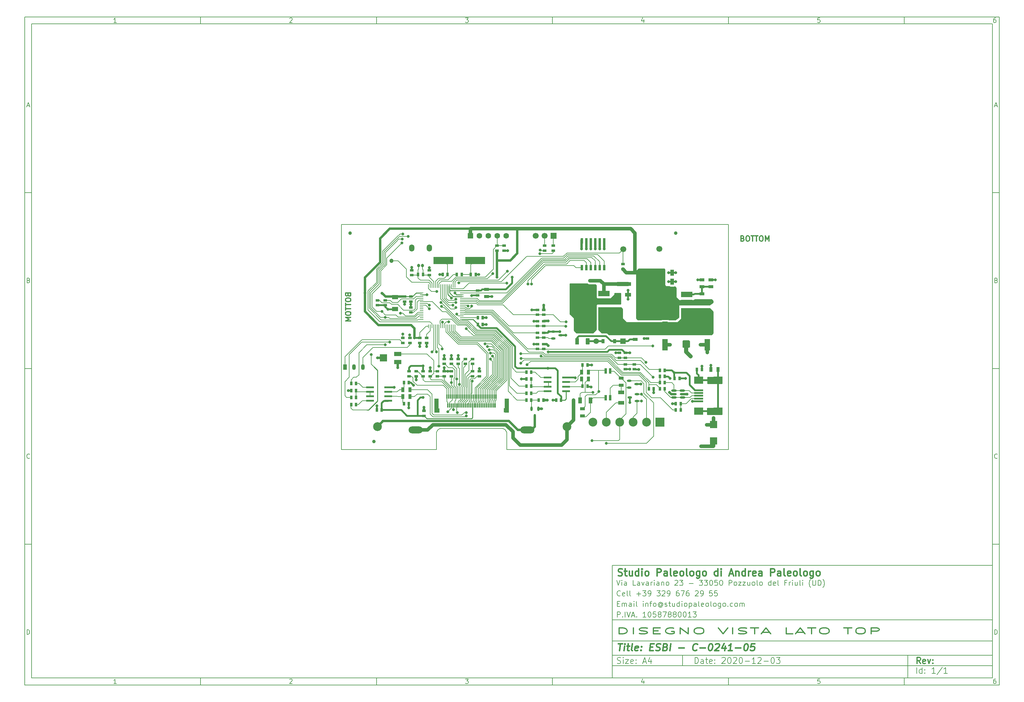
<source format=gbl>
G04 CAM350  V5.0 Date:  Thu Dec  3 11:13:46 2020 *
G04 Database: (Untitled) *
G04 Layer 1: c-0241-05-b_cu. *
%FSLAX46Y46*%
%MOMM*%
%SFA1.000B1.000*%

%MIA0B0*%
%IPPOS*%
%ADD11C,0.15000*%
%ADD12C,0.34000*%
%ADD13C,0.40000*%
%ADD15C,0.30000*%
%ADD16C,0.15000*%
%ADD17R,2.50000X2.50000*%
%ADD18C,2.50000*%
%ADD19R,0.80000X1.50000*%
%ADD20O,1.30000X0.60000*%
%ADD21R,0.72000X0.99000*%
%ADD22R,0.95000X1.45000*%
%ADD23R,0.25000X1.00000*%
%ADD24R,1.00000X0.25000*%
%ADD25O,4.00000X2.00000*%
%ADD26C,1.00000*%
%ADD27R,0.99000X0.72000*%
%ADD28C,1.57000*%
%ADD29R,1.57000X1.57000*%
%ADD30R,1.80000X1.05000*%
%ADD31R,1.05000X1.80000*%
%ADD32R,1.60000X3.20000*%
%ADD33R,1.45000X0.95000*%
%ADD34R,2.10000X2.10000*%
%ADD35R,3.20000X1.60000*%
%ADD36R,6.50000X7.00000*%
%ADD37R,1.20000X1.20000*%
%ADD38R,0.30000X1.20000*%
%ADD39C,1.70000*%
%ADD40R,1.60000X1.60000*%
%ADD41C,1.60000*%
%ADD42R,1.70000X1.70000*%
%ADD43C,1.70000*%
%ADD44O,1.60000X0.60000*%
%ADD45R,5.60000X2.10000*%
%ADD46R,1.75000X1.15000*%
%ADD47R,0.90000X1.20000*%
%ADD48C,1.20000*%
%ADD49O,0.60000X1.30000*%
%ADD50O,1.10000X1.60000*%
%ADD51R,1.00000X1.50000*%
%ADD52R,1.20000X1.50000*%
%ADD53R,2.00000X2.00000*%
%ADD54R,2.00000X1.30000*%
%ADD55R,2.50000X0.50000*%
%ADD56R,2.50000X2.00000*%
%ADD57O,0.80000X1.00000*%
%ADD58O,1.50000X2.00000*%
%ADD59R,2.20000X0.60000*%
%ADD60C,0.80000*%
%ADD61C,0.20000*%
%ADD62C,0.70000*%
%ADD63C,1.00000*%
%ADD64C,0.50000*%
%ADD65C,0.25000*%
%ADD66C,1.20000*%
%ADD67C,0.25400*%
%LNc-0241-05-b_cu.*%
G54D11*
%LPD*%
G36*
X46400000Y14400000D02*
G01X47600000D01*
Y10500000*
X46400000*
Y14400000*
G37*
G36*
X26400000D02*
G01X27600000D01*
Y10500000*
X26400000*
Y14400000*
G37*
G36*
X96950000Y30737500D02*
G01X96953986Y30783082D01*
X96965830Y30827280*
X96985168Y30868750*
X97011412Y30906230*
X97043768Y30938586*
X97081250Y30964830*
X97122718Y30984168*
X97166916Y30996012*
X97212500Y31000000*
X98787500*
X98833082Y30996012*
X98877280Y30984168*
X98918750Y30964830*
X98956230Y30938586*
X98988586Y30906230*
X99014830Y30868750*
X99034168Y30827280*
X99046012Y30783082*
X99050000Y30737500*
Y29162500*
X99046012Y29116916*
X99034168Y29072718*
X99014830Y29031250*
X98988586Y28993768*
X98956230Y28961412*
X98918750Y28935168*
X98877280Y28915830*
X98833082Y28903986*
X98787500Y28900000*
X97212500*
X97166916Y28903986*
X97122718Y28915830*
X97081250Y28935168*
X97043768Y28961412*
X97011412Y28993768*
X96985168Y29031250*
X96965830Y29072718*
X96953986Y29116916*
X96950000Y29162500*
Y30737500*
G37*
G36*
X66475000Y31518750D02*
G01X66476992Y31541540D01*
X66482914Y31563640*
X66492584Y31584374*
X66505706Y31603114*
X66521884Y31619292*
X66540624Y31632414*
X66561358Y31642084*
X66583458Y31648006*
X66606250Y31650000*
X67393750*
X67416540Y31648006*
X67438640Y31642084*
X67459374Y31632414*
X67478114Y31619292*
X67494292Y31603114*
X67507414Y31584374*
X67517084Y31563640*
X67523006Y31541540*
X67525000Y31518750*
Y29981250*
X67523006Y29958458*
X67517084Y29936358*
X67507414Y29915624*
X67494292Y29896884*
X67478114Y29880706*
X67459374Y29867584*
X67438640Y29857914*
X67416540Y29851992*
X67393750Y29850000*
X66606250*
X66583458Y29851992*
X66561358Y29857914*
X66540624Y29867584*
X66521884Y29880706*
X66505706Y29896884*
X66492584Y29915624*
X66482914Y29936358*
X66476992Y29958458*
X66475000Y29981250*
Y31518750*
G37*
G36*
X69475000D02*
G01X69476992Y31541540D01*
X69482914Y31563640*
X69492584Y31584374*
X69505706Y31603114*
X69521884Y31619292*
X69540624Y31632414*
X69561358Y31642084*
X69583458Y31648006*
X69606250Y31650000*
X70393750*
X70416540Y31648006*
X70438640Y31642084*
X70459374Y31632414*
X70478114Y31619292*
X70494292Y31603114*
X70507414Y31584374*
X70517084Y31563640*
X70523006Y31541540*
X70525000Y31518750*
Y29981250*
X70523006Y29958458*
X70517084Y29936358*
X70507414Y29915624*
X70494292Y29896884*
X70478114Y29880706*
X70459374Y29867584*
X70438640Y29857914*
X70416540Y29851992*
X70393750Y29850000*
X69606250*
X69583458Y29851992*
X69561358Y29857914*
X69540624Y29867584*
X69521884Y29880706*
X69505706Y29896884*
X69492584Y29915624*
X69482914Y29936358*
X69476992Y29958458*
X69475000Y29981250*
Y31518750*
G37*
G36*
X73127000Y40373000D02*
G01X79447394D01*
X79873000Y39947394*
Y37250000*
X79875440Y37225224*
X79882668Y37201400*
X79894404Y37179444*
X79910198Y37160198*
X80910198Y36160198*
X80929444Y36144404*
X80951400Y36132668*
X80975224Y36125440*
X81000000Y36123000*
X95500000*
X95524776Y36125440*
X95548602Y36132668*
X95570558Y36144404*
X95589804Y36160198*
X96589804Y37160198*
X96605598Y37179444*
X96617334Y37201400*
X96624560Y37225224*
X96627000Y37250000*
Y40123000*
X104697394*
X105623000Y39197394*
Y33052606*
X105197394Y32627000*
X76063266*
X75850598Y32839668*
X75823134Y32873134*
X75689592Y32982726*
X75537238Y33064162*
X75371922Y33114310*
X75243080Y33127000*
X75200000Y33131242*
X75156922Y33127000*
X74052606*
X73127000Y34052606*
Y40373000*
G37*
G36*
X83877000Y50697394D02*
G01X84552606Y51373000D01*
X91697394*
X91873000Y51197394*
Y46750000*
X91875440Y46725224*
X91882668Y46701400*
X91894404Y46679444*
X91910198Y46660198*
X92160198Y46410198*
X92179444Y46394404*
X92201400Y46382668*
X92225224Y46375440*
X92250000Y46373000*
X93067882*
X93124972Y46326148*
X93233898Y46267926*
X93352088Y46232074*
X93475000Y46219968*
X94525000*
X94647914Y46232074*
X94766104Y46267926*
X94789802Y46280592*
X95123000Y45947394*
Y43250000*
X95125440Y43225224*
X95132668Y43201400*
X95144404Y43179444*
X95160198Y43160198*
X95910198Y42410198*
X95929444Y42394404*
X95951400Y42382668*
X95975224Y42375440*
X96000000Y42373000*
X100000000*
X100024776Y42375440*
X100056796Y42386408*
X100529980Y42623000*
X105197394*
X105623000Y42197394*
Y41813500*
X104707668Y41127000*
X96000000*
X95975224Y41124560*
X95951400Y41117334*
X95929444Y41105598*
X95910198Y41089804*
X95894404Y41070558*
X95882668Y41048602*
X95875440Y41024776*
X95873000Y41000000*
Y37563500*
X94957668Y36877000*
X93144140*
X93041104Y36932076*
X92922914Y36967928*
X92800000Y36980034*
X91200000*
X91077088Y36967928*
X90958898Y36932076*
X90855860Y36877000*
X84302606*
X83877000Y37302606*
Y50697394*
G37*
G36*
X64927000Y47123000D02*
G01X69892128D01*
X69970844Y47058400*
X70166630Y46953750*
X70379070Y46889308*
X70544636Y46873000*
X72197394*
X72373000Y46697394*
Y43250000*
X72375440Y43225224*
X72382668Y43201400*
X72394404Y43179444*
X72410198Y43160198*
X72660198Y42910198*
X72679444Y42894404*
X72701400Y42882668*
X72725224Y42875440*
X72750000Y42873000*
X72994206*
X73025000Y42869968*
X76225000*
X76255794Y42873000*
X76500000*
X76524776Y42875440*
X76548602Y42882668*
X76570558Y42894404*
X76589804Y42910198*
X77589804Y43910198*
X77605598Y43929444*
X77617334Y43951400*
X77624560Y43975224*
X77627000Y44000000*
Y44373000*
X79373000*
Y41377000*
X72750000*
X72725224Y41374560*
X72701400Y41367334*
X72679444Y41355598*
X72660198Y41339804*
X72410198Y41089804*
X72394404Y41070558*
X72382668Y41048602*
X72375440Y41024776*
X72373000Y41000000*
Y34052606*
X71447394Y33127000*
X67543080*
X67500000Y33131242*
X67456920Y33127000*
X66802606*
X66127000Y33802606*
Y37400000*
X66124560Y37424776*
X66117334Y37448602*
X66105598Y37470558*
X66081304Y37497564*
X64927000Y38459484*
Y47123000*
G37*
G36*
X104027000Y11723000D02*
G01X108123000D01*
Y9977000*
X104027000*
Y11723000*
G37*
G36*
X104077000Y20523000D02*
G01X108123000D01*
Y18777000*
X104077000*
Y20523000*
G37*
G36*
X96950000Y35337500D02*
G01X96953986Y35383082D01*
X96965830Y35427280*
X96985168Y35468750*
X97011412Y35506230*
X97043768Y35538586*
X97081250Y35564830*
X97122718Y35584168*
X97166916Y35596012*
X97212500Y35600000*
X98787500*
X98833082Y35596012*
X98877280Y35584168*
X98918750Y35564830*
X98956230Y35538586*
X98988586Y35506230*
X99014830Y35468750*
X99034168Y35427280*
X99046012Y35383082*
X99050000Y35337500*
Y33762500*
X99046012Y33716916*
X99034168Y33672718*
X99014830Y33631250*
X98988586Y33593768*
X98956230Y33561412*
X98918750Y33535168*
X98877280Y33515830*
X98833082Y33503986*
X98787500Y33500000*
X97212500*
X97166916Y33503986*
X97122718Y33515830*
X97081250Y33535168*
X97043768Y33561412*
X97011412Y33593768*
X96985168Y33631250*
X96965830Y33672718*
X96953986Y33716916*
X96950000Y33762500*
Y35337500*
G37*
G54D17*
X90525000Y7750000D03*
G54D18*
X86715000D03*
X82905000D03*
X79095000D03*
X75285000D03*
X71475000D03*
G54D19*
X75115000Y22300000D03*
X76385000D03*
Y14700000D03*
X75115000D03*
G54D20*
X81950000Y14750000D03*
X84050000Y13800000D03*
Y15700000D03*
G54D21*
X2810000Y16750000D03*
X4190000D03*
Y14750000D03*
X2810000D03*
G54D22*
X17500000Y17000000D03*
X19500000D03*
G54D21*
X4190000Y18750000D03*
X2810000D03*
G54D22*
X17500000Y15000000D03*
X19500000D03*
G54D21*
X4190000Y12750000D03*
X2810000D03*
X11440000Y11250000D03*
X10060000D03*
X17810000Y13000000D03*
X19190000D03*
Y19000000D03*
X17810000D03*
G54D23*
X24750000Y46450000D03*
X25250000D03*
X25750000D03*
X26250000D03*
X26750000D03*
X27250000D03*
X27750000D03*
X28250000D03*
X28750000D03*
X29250000D03*
X29750000D03*
X30250000D03*
X30750000D03*
X31250000D03*
X31750000D03*
X32250000D03*
G54D24*
X34200000Y44500000D03*
Y44000000D03*
Y43500000D03*
Y43000000D03*
Y42500000D03*
Y42000000D03*
Y41500000D03*
Y41000000D03*
Y40500000D03*
Y40000000D03*
Y39500000D03*
Y39000000D03*
Y38500000D03*
Y38000000D03*
Y37500000D03*
Y37000000D03*
G54D23*
X32250000Y35050000D03*
X31750000D03*
X31250000D03*
X30750000D03*
X30250000D03*
X29750000D03*
X29250000D03*
X28750000D03*
X28250000D03*
X27750000D03*
X27250000D03*
X26750000D03*
X26250000D03*
X25750000D03*
X25250000D03*
X24750000D03*
G54D24*
X22800000Y37000000D03*
Y37500000D03*
Y38000000D03*
Y38500000D03*
Y39000000D03*
Y39500000D03*
Y40000000D03*
Y40500000D03*
Y41000000D03*
Y41500000D03*
Y42000000D03*
Y42500000D03*
Y43000000D03*
Y43500000D03*
Y44000000D03*
Y44500000D03*
G54D25*
X52820000Y5510000D03*
X21120000D03*
G54D26*
X95000000Y61500000D03*
X9250000Y2250000D03*
X2500000Y61500000D03*
G54D27*
X25250000Y20810000D03*
Y22190000D03*
G54D28*
X72390000Y30750000D03*
G54D29*
X80010000D03*
G54D30*
X81500000Y44000000D03*
Y47000000D03*
G54D31*
X91000000Y50250000D03*
X94000000D03*
G54D32*
X92000000Y29750000D03*
Y34750000D03*
X104000000D03*
Y29750000D03*
G54D31*
X91000000Y47750000D03*
X94000000D03*
G54D30*
X78500000Y42000000D03*
Y39000000D03*
Y44000000D03*
Y47000000D03*
G54D33*
X102500000Y44250000D03*
Y42250000D03*
X105000000Y46250000D03*
Y48250000D03*
X102500000D03*
Y46250000D03*
G54D34*
X105750000Y7050000D03*
Y2450000D03*
G54D35*
X74650000Y42000000D03*
G54D36*
X68375000D03*
G54D35*
X74625000Y39700000D03*
Y44300000D03*
X98125000Y44050000D03*
Y39450000D03*
G54D36*
X91875000Y41750000D03*
G54D35*
X98150000D03*
G54D37*
X27275000Y11075000D03*
X46725000Y11100000D03*
G54D38*
X30250000Y12500000D03*
X30750000D03*
X31250000D03*
X31750000D03*
X32250000D03*
X32750000D03*
X33250000D03*
X33750000D03*
X34250000D03*
X34750000D03*
X35250000D03*
X35750000D03*
X36250000D03*
X36750000D03*
X37250000D03*
X37750000D03*
X38250000D03*
X38750000D03*
X39250000D03*
X39750000D03*
X40250000D03*
X40750000D03*
X41250000D03*
X41750000D03*
X42250000D03*
X42750000D03*
X43250000D03*
X43750000D03*
G54D39*
X80100000Y56950000D03*
X90350000Y57000000D03*
G54D40*
X36670000Y60750000D03*
G54D41*
X39210000D03*
X41750000D03*
X44290000D03*
X46830000D03*
G54D42*
X60290000D03*
G54D43*
X57750000D03*
X55210000D03*
G54D22*
X105000000Y22750000D03*
X107000000D03*
G54D44*
X96900000Y16700000D03*
X96950000Y15750000D03*
Y14800000D03*
X94550000D03*
Y16700000D03*
Y15750000D03*
G54D45*
X29000000Y53750000D03*
X38000000D03*
G54D27*
X23500000Y9560000D03*
Y10940000D03*
X39250000Y20810000D03*
Y22190000D03*
X35250000Y25690000D03*
Y24310000D03*
X31250000Y20810000D03*
Y22190000D03*
X37250000Y20810000D03*
Y22190000D03*
X29250000Y25690000D03*
Y24310000D03*
X37250000D03*
Y25690000D03*
X31250000Y24310000D03*
Y25690000D03*
X33250000Y24310000D03*
Y25690000D03*
X29250000Y22190000D03*
Y20810000D03*
X19250000D03*
Y22190000D03*
X23250000Y20810000D03*
Y22190000D03*
X27250000Y20810000D03*
Y22190000D03*
X21250000Y20810000D03*
Y22190000D03*
X55750000Y39690000D03*
Y38310000D03*
Y35060000D03*
Y36440000D03*
Y29940000D03*
Y28560000D03*
X79000000Y26060000D03*
Y27440000D03*
X18000000Y43440000D03*
Y42060000D03*
X22250000Y30310000D03*
Y31690000D03*
G54D21*
X38810000Y35500000D03*
X40190000D03*
G54D33*
X41250000Y45500000D03*
Y43500000D03*
G54D27*
X83250000Y24190000D03*
Y22810000D03*
X24250000Y31690000D03*
Y30310000D03*
G54D21*
X40190000Y37500000D03*
X38810000D03*
G54D27*
X38750000Y45190000D03*
Y43810000D03*
X19750000Y42060000D03*
Y43440000D03*
G54D46*
X15250000Y43300000D03*
Y39900000D03*
G54D47*
X74350000Y30750000D03*
X77650000D03*
G54D48*
X14250000Y53600000D03*
G54D49*
X55000000Y9450000D03*
X55950000Y11550000D03*
X54050000D03*
G54D20*
X60200000Y31550000D03*
Y33450000D03*
X62300000Y32500000D03*
G54D27*
X57500000Y38310000D03*
Y39690000D03*
Y36440000D03*
Y35060000D03*
Y29940000D03*
Y28560000D03*
X80750000Y26060000D03*
Y27440000D03*
Y24190000D03*
Y22810000D03*
G54D21*
X52560000Y14000000D03*
X53940000D03*
X56060000D03*
X57440000D03*
G54D27*
X17500000Y31690000D03*
Y30310000D03*
X19500000Y31690000D03*
Y30310000D03*
G54D33*
X83500000Y33250000D03*
Y31250000D03*
G54D27*
X19750000Y40340000D03*
Y38960000D03*
X55750000Y31810000D03*
Y33190000D03*
X57500000Y31810000D03*
Y33190000D03*
G54D18*
X64150000Y6500000D03*
X10250000D03*
G54D27*
X87000000Y32940000D03*
Y31560000D03*
G54D50*
X6140000Y23400000D03*
X3600000D03*
G54D51*
X1060000D03*
G54D38*
X44000000Y15000000D03*
X43500000D03*
X43000000D03*
X42500000D03*
X42000000D03*
X41500000D03*
X41000000D03*
X40500000D03*
X40000000D03*
X39500000D03*
X39000000D03*
X38500000D03*
X38000000D03*
X37500000D03*
X37000000D03*
X36500000D03*
X36000000D03*
X35500000D03*
X35000000D03*
X34500000D03*
X34000000D03*
X33500000D03*
X33000000D03*
X32500000D03*
X32000000D03*
X31500000D03*
X31000000D03*
X30500000D03*
X30000000D03*
G54D52*
X47000000Y13650000D03*
X27000000D03*
G54D53*
X12000000Y26000000D03*
G54D54*
X16000000Y24850000D03*
Y27150000D03*
G54D21*
X88790000Y17250000D03*
X87410000D03*
X90510000Y20750000D03*
X91890000D03*
G54D27*
X46250000Y57940000D03*
Y56560000D03*
G54D21*
X94710000Y20200000D03*
X96090000D03*
X102440000Y22750000D03*
X101060000D03*
X30190000Y49750000D03*
X28810000D03*
X38190000D03*
X36810000D03*
G54D27*
X20000000Y49560000D03*
Y50940000D03*
X25000000D03*
Y49560000D03*
G54D21*
X61060000Y14000000D03*
X62440000D03*
X68560000Y24000000D03*
X69940000D03*
Y18000000D03*
X68560000D03*
G54D55*
X101500000Y16850000D03*
Y13650000D03*
Y14450000D03*
Y15250000D03*
Y16050000D03*
G54D56*
X107000000Y19650000D03*
Y10850000D03*
X101500000D03*
Y19650000D03*
G54D21*
X90510000Y22500000D03*
X91890000D03*
X96440000Y13000000D03*
X95060000D03*
Y11250000D03*
X96440000D03*
G54D27*
X44250000Y56560000D03*
Y57940000D03*
G54D21*
X91890000Y19000000D03*
X90510000D03*
X32810000Y49750000D03*
X34190000D03*
X21810000D03*
X23190000D03*
G54D27*
X80000000Y52690000D03*
Y51310000D03*
X60250000Y56560000D03*
Y57940000D03*
X57750000Y56560000D03*
Y57940000D03*
G54D21*
X90510000Y17250000D03*
X91890000D03*
G54D22*
X70250000Y22000000D03*
X68250000D03*
X70250000Y20000000D03*
X68250000D03*
G54D21*
X52560000Y16000000D03*
X53940000D03*
X52560000Y18000000D03*
X53940000D03*
X52560000Y22000000D03*
X53940000D03*
Y20000000D03*
X52560000D03*
G54D19*
X74675000Y51700000D03*
X73405000D03*
Y59300000D03*
X74675000D03*
X70865000Y51700000D03*
X72135000D03*
X70865000Y59300000D03*
X72135000D03*
X69595000Y51700000D03*
X68325000Y59300000D03*
X69595000D03*
X68325000Y51700000D03*
G54D57*
X23050000Y52250000D03*
X21950000D03*
G54D58*
X25000000Y57250000D03*
X20000000D03*
G54D33*
X79500000Y20250000D03*
Y18250000D03*
X68525000Y9550000D03*
Y11550000D03*
G54D30*
X79500000Y16250000D03*
Y13250000D03*
G54D31*
X67800000Y13950000D03*
X70800000D03*
G54D27*
X12500000Y41000000D03*
Y42380000D03*
X10250000D03*
Y41000000D03*
G54D20*
X81850000Y17600000D03*
Y19500000D03*
X83950000Y18550000D03*
G54D59*
X13350000Y13840000D03*
Y15110000D03*
Y16390000D03*
Y17660000D03*
X8150000D03*
Y16390000D03*
Y15110000D03*
Y13840000D03*
X58650000Y16590000D03*
Y17860000D03*
Y19140000D03*
Y20410000D03*
X63850000D03*
Y19140000D03*
Y17860000D03*
Y16590000D03*
G54D60*
X27100000Y44900000D03*
X33400000Y47400000D03*
X74700000Y57045000D03*
X73430000D03*
X72160000D03*
X103800000Y7000000D03*
X105750000Y8950000D03*
X70890000Y57045000D03*
X69600000D03*
X68250000Y57040000D03*
X39250000Y23000000D03*
X94090000Y13000000D03*
X98230000Y15740000D03*
X99750000Y13650000D03*
X102440000Y23700000D03*
X104990000Y23880000D03*
X104000000Y27600000D03*
X102050000Y29750000D03*
X93375000D03*
X86005000Y31560000D03*
X95000000Y47750000D03*
Y50250000D03*
X93000000D03*
Y47750000D03*
X101250000Y48250000D03*
X106250000D03*
X81500000Y42750000D03*
Y45250000D03*
X47245000Y56560000D03*
X20000000Y51750000D03*
X25000000Y51700000D03*
X27950000Y49750000D03*
X39050000D03*
X56950000Y11550000D03*
X58500000Y14000000D03*
X22250000Y29250000D03*
X54755000Y36440000D03*
X78005000Y27440000D03*
X54755000Y29940000D03*
X60100000Y14000000D03*
X19750000Y41250000D03*
X18000000D03*
X24250000Y29250000D03*
X24300000Y44000000D03*
X25250000Y23250000D03*
X29250000D03*
X21250000Y19750000D03*
X29250000Y26750000D03*
X31250000D03*
X30250000Y22190000D03*
X41140000Y35500000D03*
X41200000Y37500000D03*
X42750000Y43500000D03*
X37000000Y43750000D03*
X32250000Y44464990D03*
X31237504Y43050012D03*
X37216174Y19449990D03*
X33250000Y26750000D03*
X23500000Y12000000D03*
X84486814Y22746812D03*
X13200000Y39800000D03*
X62050000Y33450000D03*
X54090000Y39690000D03*
X58950000Y33450000D03*
X51200000Y20000000D03*
X71110000Y24030000D03*
X93400000Y20200000D03*
X88790000Y16110000D03*
X97800000Y20200000D03*
X16000000Y23250000D03*
X10250000Y26000000D03*
X10060000Y12440000D03*
X15010000Y17640000D03*
X2000000Y16750000D03*
X19190000Y11810000D03*
X20500000Y18250000D03*
X85125000Y18550000D03*
X81950000Y13300000D03*
X71000000Y17750000D03*
X66500000Y20400000D03*
X63750000Y32500000D03*
X66000000Y14000000D03*
Y12750000D03*
X70600000Y48000000D03*
X71800000D03*
X57500000Y41000000D03*
X58750000Y36500000D03*
X81950000Y22800000D03*
Y27450000D03*
X44220000Y48960000D03*
X48500000D03*
X23250000Y23750000D03*
X20750000Y31750000D03*
X58702606Y23049990D03*
X6740000Y44470000D03*
X58750000Y29550000D03*
X11550000Y44450000D03*
X58750000Y27760066D03*
X23250000Y14750000D03*
X63850000Y36250000D03*
X51000000Y24500000D03*
X25750000Y27750000D03*
X51050000Y25875000D03*
X27000000Y27750000D03*
X63800018Y35000018D03*
X88500000Y29400000D03*
X31249986Y19000000D03*
X33000000Y10500000D03*
X86550000Y24800000D03*
X94600000Y21800000D03*
X93255426Y16234540D03*
X32810498Y19995646D03*
X31889342Y11338184D03*
X47000000Y47249990D03*
X56750000Y26560032D03*
X88600000Y20500000D03*
X33590146Y18532860D03*
X30250000Y10750000D03*
X98000000Y27750000D03*
X99250000Y26500000D03*
X103300000Y900000D03*
X102200000D03*
X32780000Y38460000D03*
X35530050Y34330054D03*
X32554708Y40349980D03*
X40849990Y30053674D03*
X31679894Y41049978D03*
X41550000Y29225000D03*
X32500000Y41749988D03*
X42000000Y28300000D03*
X32500000Y42750000D03*
X42391602Y27362200D03*
X42983642Y26512026D03*
X35995346Y40752716D03*
X42375022Y25675000D03*
X37000000Y40800000D03*
X17432312Y61300012D03*
X19000000Y60600000D03*
X51000000Y27225000D03*
X28650000Y28575000D03*
X52775000Y24050000D03*
X27700000Y23650000D03*
X28750000Y36225000D03*
X17475000Y32800000D03*
X30500000Y36250000D03*
X19425000Y32575000D03*
X35500000Y9500000D03*
X75250000Y1750000D03*
X71250000Y2500000D03*
X35500000Y10500000D03*
X85300000Y13800000D03*
X71500000Y16250000D03*
X85250000Y15750000D03*
X73150000Y16450010D03*
X56425000Y55650000D03*
X17200000Y58700000D03*
X8500000Y27000000D03*
X11500000Y39250000D03*
X56505614Y56646758D03*
X17300000Y59800000D03*
X25000000Y41000000D03*
X28310292Y41752644D03*
X12500000Y29750000D03*
X12460878Y37551084D03*
X28442036Y40715100D03*
X25000000Y39999988D03*
X13750000Y30500000D03*
X16750000Y38750000D03*
X53000000Y47000000D03*
X43000000Y50000000D03*
X47225000Y50700000D03*
X54025000Y47050000D03*
G54D64*
X62050000Y33450000D03*
G54D11*
X77002200Y-33007200D02*
G01Y-65007200D01*
X185002200*
Y-33007200*
X77002200*
X-90000000Y123000000D02*
G01Y-67007200D01*
X187002200*
Y123000000*
X-90000000*
X-88000000Y121000000D02*
G01Y-65007200D01*
X185002200*
Y121000000*
X-88000000*
X-40000000D02*
G01Y123000000D01*
X10000000Y121000000D02*
G01Y123000000D01*
X60000000Y121000000D02*
G01Y123000000D01*
X110000000Y121000000D02*
G01Y123000000D01*
X160000000Y121000000D02*
G01Y123000000D01*
X-63934524Y121411906D02*
G01X-64677382D01*
X-64305954D02*
G01Y122711906D01*
X-64429762Y122526192*
X-64553572Y122402382*
X-64677382Y122340478*
X-14677382Y122588096D02*
G01X-14615478Y122650000D01*
X-14491668Y122711906*
X-14182144*
X-14058334Y122650000*
X-13996430Y122588096*
X-13934524Y122464286*
Y122340478*
X-13996430Y122154762*
X-14739286Y121411906*
X-13934524*
X35260714Y122711906D02*
G01X36065476D01*
X35632142Y122216668*
X35817858*
X35941666Y122154762*
X36003572Y122092858*
X36065476Y121969048*
Y121659524*
X36003572Y121535716*
X35941666Y121473810*
X35817858Y121411906*
X35446428*
X35322620Y121473810*
X35260714Y121535716*
X85941666Y122278572D02*
G01Y121411906D01*
X85632142Y122773810D02*
G01X85322620Y121845240D01*
X86127380*
X136003572Y122711906D02*
G01X135384524D01*
X135322620Y122092858*
X135384524Y122154762*
X135508334Y122216668*
X135817858*
X135941666Y122154762*
X136003572Y122092858*
X136065476Y121969048*
Y121659524*
X136003572Y121535716*
X135941666Y121473810*
X135817858Y121411906*
X135508334*
X135384524Y121473810*
X135322620Y121535716*
X185941666Y122711906D02*
G01X185694048D01*
X185570238Y122650000*
X185508334Y122588096*
X185384524Y122402382*
X185322620Y122154762*
Y121659524*
X185384524Y121535716*
X185446428Y121473810*
X185570238Y121411906*
X185817858*
X185941666Y121473810*
X186003572Y121535716*
X186065476Y121659524*
Y121969048*
X186003572Y122092858*
X185941666Y122154762*
X185817858Y122216668*
X185570238*
X185446428Y122154762*
X185384524Y122092858*
X185322620Y121969048*
X-40000000Y-65007200D02*
G01Y-67007200D01*
X10000000Y-65007200D02*
G01Y-67007200D01*
X60000000Y-65007200D02*
G01Y-67007200D01*
X110000000Y-65007200D02*
G01Y-67007200D01*
X160000000Y-65007200D02*
G01Y-67007200D01*
X-63934524Y-66595294D02*
G01X-64677382D01*
X-64305954D02*
G01Y-65295294D01*
X-64429762Y-65481010*
X-64553572Y-65604820*
X-64677382Y-65666724*
X-14677382Y-65419104D02*
G01X-14615478Y-65357200D01*
X-14491668Y-65295294*
X-14182144*
X-14058334Y-65357200*
X-13996430Y-65419104*
X-13934524Y-65542914*
Y-65666724*
X-13996430Y-65852438*
X-14739286Y-66595294*
X-13934524*
X35260714Y-65295294D02*
G01X36065476D01*
X35632142Y-65790534*
X35817858*
X35941666Y-65852438*
X36003572Y-65914342*
X36065476Y-66038152*
Y-66347676*
X36003572Y-66471486*
X35941666Y-66533390*
X35817858Y-66595294*
X35446428*
X35322620Y-66533390*
X35260714Y-66471486*
X85941666Y-65728628D02*
G01Y-66595294D01*
X85632142Y-65233390D02*
G01X85322620Y-66161962D01*
X86127380*
X136003572Y-65295294D02*
G01X135384524D01*
X135322620Y-65914342*
X135384524Y-65852438*
X135508334Y-65790534*
X135817858*
X135941666Y-65852438*
X136003572Y-65914342*
X136065476Y-66038152*
Y-66347676*
X136003572Y-66471486*
X135941666Y-66533390*
X135817858Y-66595294*
X135508334*
X135384524Y-66533390*
X135322620Y-66471486*
X185941666Y-65295294D02*
G01X185694048D01*
X185570238Y-65357200*
X185508334Y-65419104*
X185384524Y-65604820*
X185322620Y-65852438*
Y-66347676*
X185384524Y-66471486*
X185446428Y-66533390*
X185570238Y-66595294*
X185817858*
X185941666Y-66533390*
X186003572Y-66471486*
X186065476Y-66347676*
Y-66038152*
X186003572Y-65914342*
X185941666Y-65852438*
X185817858Y-65790534*
X185570238*
X185446428Y-65852438*
X185384524Y-65914342*
X185322620Y-66038152*
X-90000000Y73000000D02*
G01X-88000000D01*
X-90000000Y23000000D02*
G01X-88000000D01*
X-90000000Y-27000000D02*
G01X-88000000D01*
X-89309524Y97783334D02*
G01X-88690478D01*
X-89433334Y97411906D02*
G01X-89000000Y98711906D01*
X-88566668Y97411906*
X-88907144Y48092858D02*
G01X-88721430Y48030954D01*
X-88659524Y47969048*
X-88597620Y47845240*
Y47659524*
X-88659524Y47535716*
X-88721430Y47473810*
X-88845240Y47411906*
X-89340478*
Y48711906*
X-88907144*
X-88783334Y48650000*
X-88721430Y48588096*
X-88659524Y48464286*
Y48340478*
X-88721430Y48216668*
X-88783334Y48154762*
X-88907144Y48092858*
X-89340478*
X-88597620Y-2464286D02*
G01X-88659524Y-2526190D01*
X-88845240Y-2588096*
X-88969048*
X-89154762Y-2526190*
X-89278572Y-2402380*
X-89340478Y-2278572*
X-89402382Y-2030952*
Y-1845238*
X-89340478Y-1597620*
X-89278572Y-1473810*
X-89154762Y-1350000*
X-88969048Y-1288096*
X-88845240*
X-88659524Y-1350000*
X-88597620Y-1411904*
X-89340478Y-52588096D02*
G01Y-51288096D01*
X-89030954*
X-88845240Y-51350000*
X-88721430Y-51473810*
X-88659524Y-51597620*
X-88597620Y-51845238*
Y-52030952*
X-88659524Y-52278572*
X-88721430Y-52402380*
X-88845240Y-52526190*
X-89030954Y-52588096*
X-89340478*
X187002200Y73000000D02*
G01X185002200D01*
X187002200Y23000000D02*
G01X185002200D01*
X187002200Y-27000000D02*
G01X185002200D01*
X185692676Y97783334D02*
G01X186311724D01*
X185568866Y97411906D02*
G01X186002200Y98711906D01*
X186435534Y97411906*
X186095058Y48092858D02*
G01X186280772Y48030954D01*
X186342676Y47969048*
X186404580Y47845240*
Y47659524*
X186342676Y47535716*
X186280772Y47473810*
X186156962Y47411906*
X185661724*
Y48711906*
X186095058*
X186218866Y48650000*
X186280772Y48588096*
X186342676Y48464286*
Y48340478*
X186280772Y48216668*
X186218866Y48154762*
X186095058Y48092858*
X185661724*
X186404580Y-2464286D02*
G01X186342676Y-2526190D01*
X186156962Y-2588096*
X186033152*
X185847438Y-2526190*
X185723628Y-2402380*
X185661724Y-2278572*
X185599820Y-2030952*
Y-1845238*
X185661724Y-1597620*
X185723628Y-1473810*
X185847438Y-1350000*
X186033152Y-1288096*
X186156962*
X186342676Y-1350000*
X186404580Y-1411904*
X185661724Y-52588096D02*
G01Y-51288096D01*
X185971248*
X186156962Y-51350000*
X186280772Y-51473810*
X186342676Y-51597620*
X186404580Y-51845238*
Y-52030952*
X186342676Y-52278572*
X186280772Y-52402380*
X186156962Y-52526190*
X185971248Y-52588096*
X185661724*
X100481962Y-60876248D02*
G01Y-59176248D01*
X100886724*
X101129580Y-59257200*
X101291486Y-59419104*
X101372438Y-59581010*
X101453390Y-59904820*
Y-60147676*
X101372438Y-60471486*
X101291486Y-60633390*
X101129580Y-60795296*
X100886724Y-60876248*
X100481962*
X102910534D02*
G01Y-59985772D01*
X102829580Y-59823866*
X102667676Y-59742914*
X102343866*
X102181962Y-59823866*
X102910534Y-60795296D02*
G01X102748628Y-60876248D01*
X102343866*
X102181962Y-60795296*
X102101010Y-60633390*
Y-60471486*
X102181962Y-60309580*
X102343866Y-60228628*
X102748628*
X102910534Y-60147676*
X103477200Y-59742914D02*
G01X104124820D01*
X103720058Y-59176248D02*
G01Y-60633390D01*
X103801010Y-60795296*
X103962914Y-60876248*
X104124820*
X105339104Y-60795296D02*
G01X105177200Y-60876248D01*
X104853390*
X104691486Y-60795296*
X104610534Y-60633390*
Y-59985772*
X104691486Y-59823866*
X104853390Y-59742914*
X105177200*
X105339104Y-59823866*
X105420058Y-59985772*
Y-60147676*
X104610534Y-60309580*
X106148628Y-60714342D02*
G01X106229580Y-60795296D01*
X106148628Y-60876248*
X106067676Y-60795296*
X106148628Y-60714342*
Y-60876248*
Y-59823866D02*
G01X106229580Y-59904820D01*
X106148628Y-59985772*
X106067676Y-59904820*
X106148628Y-59823866*
Y-59985772*
X108172438Y-59338152D02*
G01X108253390Y-59257200D01*
X108415296Y-59176248*
X108820058*
X108981962Y-59257200*
X109062914Y-59338152*
X109143866Y-59500058*
Y-59661962*
X109062914Y-59904820*
X108091486Y-60876248*
X109143866*
X110196248Y-59176248D02*
G01X110358152D01*
X110520058Y-59257200*
X110601010Y-59338152*
X110681962Y-59500058*
X110762914Y-59823866*
Y-60228628*
X110681962Y-60552438*
X110601010Y-60714342*
X110520058Y-60795296*
X110358152Y-60876248*
X110196248*
X110034342Y-60795296*
X109953390Y-60714342*
X109872438Y-60552438*
X109791486Y-60228628*
Y-59823866*
X109872438Y-59500058*
X109953390Y-59338152*
X110034342Y-59257200*
X110196248Y-59176248*
X111410534Y-59338152D02*
G01X111491486Y-59257200D01*
X111653390Y-59176248*
X112058152*
X112220058Y-59257200*
X112301010Y-59338152*
X112381962Y-59500058*
Y-59661962*
X112301010Y-59904820*
X111329580Y-60876248*
X112381962*
X113434342Y-59176248D02*
G01X113596248D01*
X113758152Y-59257200*
X113839104Y-59338152*
X113920058Y-59500058*
X114001010Y-59823866*
Y-60228628*
X113920058Y-60552438*
X113839104Y-60714342*
X113758152Y-60795296*
X113596248Y-60876248*
X113434342*
X113272438Y-60795296*
X113191486Y-60714342*
X113110534Y-60552438*
X113029580Y-60228628*
Y-59823866*
X113110534Y-59500058*
X113191486Y-59338152*
X113272438Y-59257200*
X113434342Y-59176248*
X114729580Y-60228628D02*
G01X116024820D01*
X117724820Y-60876248D02*
G01X116753390D01*
X117239104D02*
G01Y-59176248D01*
X117077200Y-59419104*
X116915296Y-59581010*
X116753390Y-59661962*
X118372438Y-59338152D02*
G01X118453390Y-59257200D01*
X118615296Y-59176248*
X119020058*
X119181962Y-59257200*
X119262914Y-59338152*
X119343866Y-59500058*
Y-59661962*
X119262914Y-59904820*
X118291486Y-60876248*
X119343866*
X120072438Y-60228628D02*
G01X121367676D01*
X122501010Y-59176248D02*
G01X122662914D01*
X122824820Y-59257200*
X122905772Y-59338152*
X122986724Y-59500058*
X123067676Y-59823866*
Y-60228628*
X122986724Y-60552438*
X122905772Y-60714342*
X122824820Y-60795296*
X122662914Y-60876248*
X122501010*
X122339104Y-60795296*
X122258152Y-60714342*
X122177200Y-60552438*
X122096248Y-60228628*
Y-59823866*
X122177200Y-59500058*
X122258152Y-59338152*
X122339104Y-59257200*
X122501010Y-59176248*
X123634342D02*
G01X124686724D01*
X124120058Y-59823866*
X124362914*
X124524820Y-59904820*
X124605772Y-59985772*
X124686724Y-60147676*
Y-60552438*
X124605772Y-60714342*
X124524820Y-60795296*
X124362914Y-60876248*
X123877200*
X123715296Y-60795296*
X123634342Y-60714342*
X77002200Y-61507200D02*
G01X185002200D01*
X77002200Y-58507200D02*
G01X185002200D01*
G54D12*
X164599390Y-60876248D02*
G01X164032724Y-60066724D01*
X163627962Y-60876248D02*
G01Y-59176248D01*
X164275580*
X164437486Y-59257200*
X164518438Y-59338152*
X164599390Y-59500058*
Y-59742914*
X164518438Y-59904820*
X164437486Y-59985772*
X164275580Y-60066724*
X163627962*
X165975580Y-60795296D02*
G01X165813676Y-60876248D01*
X165489866*
X165327962Y-60795296*
X165247010Y-60633390*
Y-59985772*
X165327962Y-59823866*
X165489866Y-59742914*
X165813676*
X165975580Y-59823866*
X166056534Y-59985772*
Y-60147676*
X165247010Y-60309580*
X166623200Y-59742914D02*
G01X167027962Y-60876248D01*
X167432724Y-59742914*
X168080342Y-60714342D02*
G01X168161296Y-60795296D01*
X168080342Y-60876248*
X167999390Y-60795296*
X168080342Y-60714342*
Y-60876248*
Y-59823866D02*
G01X168161296Y-59904820D01*
X168080342Y-59985772*
X167999390Y-59904820*
X168080342Y-59823866*
Y-59985772*
G54D11*
X78401010Y-60795296D02*
G01X78643866Y-60876248D01*
X79048628*
X79210534Y-60795296*
X79291486Y-60714342*
X79372438Y-60552438*
Y-60390534*
X79291486Y-60228628*
X79210534Y-60147676*
X79048628Y-60066724*
X78724820Y-59985772*
X78562914Y-59904820*
X78481962Y-59823866*
X78401010Y-59661962*
Y-59500058*
X78481962Y-59338152*
X78562914Y-59257200*
X78724820Y-59176248*
X79129580*
X79372438Y-59257200*
X80101010Y-60876248D02*
G01Y-59742914D01*
Y-59176248D02*
G01X80020058Y-59257200D01*
X80101010Y-59338152*
X80181962Y-59257200*
X80101010Y-59176248*
Y-59338152*
X80748628Y-59742914D02*
G01X81639104D01*
X80748628Y-60876248*
X81639104*
X82934342Y-60795296D02*
G01X82772438Y-60876248D01*
X82448628*
X82286724Y-60795296*
X82205772Y-60633390*
Y-59985772*
X82286724Y-59823866*
X82448628Y-59742914*
X82772438*
X82934342Y-59823866*
X83015296Y-59985772*
Y-60147676*
X82205772Y-60309580*
X83743866Y-60714342D02*
G01X83824820Y-60795296D01*
X83743866Y-60876248*
X83662914Y-60795296*
X83743866Y-60714342*
Y-60876248*
Y-59823866D02*
G01X83824820Y-59904820D01*
X83743866Y-59985772*
X83662914Y-59904820*
X83743866Y-59823866*
Y-59985772*
X85767676Y-60390534D02*
G01X86577200D01*
X85605772Y-60876248D02*
G01X86172438Y-59176248D01*
X86739104Y-60876248*
X88034342Y-59742914D02*
G01Y-60876248D01*
X87629580Y-59095296D02*
G01X87224820Y-60309580D01*
X88277200*
X163481962Y-63676248D02*
G01Y-61976248D01*
X165020058Y-63676248D02*
G01Y-61976248D01*
Y-63595296D02*
G01X164858152Y-63676248D01*
X164534342*
X164372438Y-63595296*
X164291486Y-63514342*
X164210534Y-63352438*
Y-62866724*
X164291486Y-62704820*
X164372438Y-62623866*
X164534342Y-62542914*
X164858152*
X165020058Y-62623866*
X165829580Y-63514342D02*
G01X165910534Y-63595296D01*
X165829580Y-63676248*
X165748628Y-63595296*
X165829580Y-63514342*
Y-63676248*
Y-62623866D02*
G01X165910534Y-62704820D01*
X165829580Y-62785772*
X165748628Y-62704820*
X165829580Y-62623866*
Y-62785772*
X168824820Y-63676248D02*
G01X167853390D01*
X168339104D02*
G01Y-61976248D01*
X168177200Y-62219104*
X168015296Y-62381010*
X167853390Y-62461962*
X170767676Y-61895296D02*
G01X169310534Y-64081008D01*
X172224820Y-63676248D02*
G01X171253390D01*
X171739104D02*
G01Y-61976248D01*
X171577200Y-62219104*
X171415296Y-62381010*
X171253390Y-62461962*
X77002200Y-54507200D02*
G01X185002200D01*
G54D13*
X78714580Y-55211962D02*
G01X79857438D01*
X79036010Y-57211962D02*
G01X79286010Y-55211962D01*
X80274104Y-57211962D02*
G01X80440772Y-55878628D01*
X80524104Y-55211962D02*
G01X80416962Y-55307200D01*
X80500296Y-55402438*
X80607438Y-55307200*
X80524104Y-55211962*
X80500296Y-55402438*
X81107438Y-55878628D02*
G01X81869342D01*
X81476486Y-55211962D02*
G01X81262200Y-56926248D01*
X81333628Y-57116724*
X81512200Y-57211962*
X81702676*
X82655058D02*
G01X82476486Y-57116724D01*
X82405058Y-56926248*
X82619342Y-55211962*
X84190772Y-57116724D02*
G01X83988390Y-57211962D01*
X83607438*
X83428866Y-57116724*
X83357438Y-56926248*
X83452676Y-56164342*
X83571724Y-55973866*
X83774104Y-55878628*
X84155058*
X84333628Y-55973866*
X84405058Y-56164342*
X84381248Y-56354820*
X83405058Y-56545296*
X85155058Y-57021486D02*
G01X85238390Y-57116724D01*
X85131248Y-57211962*
X85047914Y-57116724*
X85155058Y-57021486*
X85131248Y-57211962*
X85286010Y-55973866D02*
G01X85369342Y-56069104D01*
X85262200Y-56164342*
X85178866Y-56069104*
X85286010Y-55973866*
X85262200Y-56164342*
X87738390D02*
G01X88405058D01*
X88559820Y-57211962D02*
G01X87607438D01*
X87857438Y-55211962*
X88809820*
X89333628Y-57116724D02*
G01X89607438Y-57211962D01*
X90083628*
X90286010Y-57116724*
X90393152Y-57021486*
X90512200Y-56831010*
X90536010Y-56640534*
X90464580Y-56450058*
X90381248Y-56354820*
X90202676Y-56259580*
X89833628Y-56164342*
X89655058Y-56069104*
X89571724Y-55973866*
X89500296Y-55783390*
X89524104Y-55592914*
X89643152Y-55402438*
X89750296Y-55307200*
X89952676Y-55211962*
X90428866*
X90702676Y-55307200*
X92119342Y-56164342D02*
G01X92393152Y-56259580D01*
X92476486Y-56354820*
X92547914Y-56545296*
X92512200Y-56831010*
X92393152Y-57021486*
X92286010Y-57116724*
X92083628Y-57211962*
X91321724*
X91571724Y-55211962*
X92238390*
X92416962Y-55307200*
X92500296Y-55402438*
X92571724Y-55592914*
X92547914Y-55783390*
X92428866Y-55973866*
X92321724Y-56069104*
X92119342Y-56164342*
X91452676*
X93321724Y-57211962D02*
G01X93571724Y-55211962D01*
X95893152Y-56450058D02*
G01X97416962D01*
X100964580Y-57021486D02*
G01X100857438Y-57116724D01*
X100559820Y-57211962*
X100369342*
X100095534Y-57116724*
X99928866Y-56926248*
X99857438Y-56735772*
X99809820Y-56354820*
X99845534Y-56069104*
X99988390Y-55688152*
X100107438Y-55497676*
X100321724Y-55307200*
X100619342Y-55211962*
X100809820*
X101083628Y-55307200*
X101166962Y-55402438*
X101893152Y-56450058D02*
G01X103416962D01*
X104905058Y-55211962D02*
G01X105095534D01*
X105274104Y-55307200*
X105357438Y-55402438*
X105428866Y-55592914*
X105476486Y-55973866*
X105416962Y-56450058*
X105274104Y-56831010*
X105155058Y-57021486*
X105047914Y-57116724*
X104845534Y-57211962*
X104655058*
X104476486Y-57116724*
X104393152Y-57021486*
X104321724Y-56831010*
X104274104Y-56450058*
X104333628Y-55973866*
X104476486Y-55592914*
X104595534Y-55402438*
X104702676Y-55307200*
X104905058Y-55211962*
X106309820Y-55402438D02*
G01X106416962Y-55307200D01*
X106619342Y-55211962*
X107095534*
X107274104Y-55307200*
X107357438Y-55402438*
X107428866Y-55592914*
X107405058Y-55783390*
X107274104Y-56069104*
X105988390Y-57211962*
X107226486*
X109107438Y-55878628D02*
G01X108940772Y-57211962D01*
X108726486Y-55116724D02*
G01X108071724Y-56545296D01*
X109309820*
X111036010Y-57211962D02*
G01X109893152D01*
X110464580D02*
G01X110714580Y-55211962D01*
X110488390Y-55497676*
X110274104Y-55688152*
X110071724Y-55783390*
X111988390Y-56450058D02*
G01X113512200D01*
X115000296Y-55211962D02*
G01X115190772D01*
X115369342Y-55307200*
X115452676Y-55402438*
X115524104Y-55592914*
X115571724Y-55973866*
X115512200Y-56450058*
X115369342Y-56831010*
X115250296Y-57021486*
X115143152Y-57116724*
X114940772Y-57211962*
X114750296*
X114571724Y-57116724*
X114488390Y-57021486*
X114416962Y-56831010*
X114369342Y-56450058*
X114428866Y-55973866*
X114571724Y-55592914*
X114690772Y-55402438*
X114797914Y-55307200*
X115000296Y-55211962*
X117476486D02*
G01X116524104D01*
X116309820Y-56164342*
X116416962Y-56069104*
X116619342Y-55973866*
X117095534*
X117274104Y-56069104*
X117357438Y-56164342*
X117428866Y-56354820*
X117369342Y-56831010*
X117250296Y-57021486*
X117143152Y-57116724*
X116940772Y-57211962*
X116464580*
X116286010Y-57116724*
X116202676Y-57021486*
G54D11*
X77002200Y-48507200D02*
G01X185002200D01*
X78434342Y-43900058D02*
G01X78934342D01*
X79148628Y-44685772D02*
G01X78434342D01*
Y-43185772*
X79148628*
X79791486Y-44685772D02*
G01Y-43685772D01*
Y-43828628D02*
G01X79862914Y-43757200D01*
X80005772Y-43685772*
X80220058*
X80362914Y-43757200*
X80434342Y-43900058*
Y-44685772*
Y-43900058D02*
G01X80505772Y-43757200D01*
X80648628Y-43685772*
X80862914*
X81005772Y-43757200*
X81077200Y-43900058*
Y-44685772*
X82434342D02*
G01Y-43900058D01*
X82362914Y-43757200*
X82220058Y-43685772*
X81934342*
X81791486Y-43757200*
X82434342Y-44614342D02*
G01X82291486Y-44685772D01*
X81934342*
X81791486Y-44614342*
X81720058Y-44471486*
Y-44328628*
X81791486Y-44185772*
X81934342Y-44114342*
X82291486*
X82434342Y-44042914*
X83148628Y-44685772D02*
G01Y-43685772D01*
Y-43185772D02*
G01X83077200Y-43257200D01*
X83148628Y-43328628*
X83220058Y-43257200*
X83148628Y-43185772*
Y-43328628*
X84077200Y-44685772D02*
G01X83934342Y-44614342D01*
X83862914Y-44471486*
Y-43185772*
X85791486Y-44685772D02*
G01Y-43685772D01*
Y-43185772D02*
G01X85720058Y-43257200D01*
X85791486Y-43328628*
X85862914Y-43257200*
X85791486Y-43185772*
Y-43328628*
X86505772Y-43685772D02*
G01Y-44685772D01*
Y-43828628D02*
G01X86577200Y-43757200D01*
X86720058Y-43685772*
X86934342*
X87077200Y-43757200*
X87148628Y-43900058*
Y-44685772*
X87648628Y-43685772D02*
G01X88220058D01*
X87862914Y-44685772D02*
G01Y-43400058D01*
X87934342Y-43257200*
X88077200Y-43185772*
X88220058*
X88934342Y-44685772D02*
G01X88791486Y-44614342D01*
X88720058Y-44542914*
X88648628Y-44400058*
Y-43971486*
X88720058Y-43828628*
X88791486Y-43757200*
X88934342Y-43685772*
X89148628*
X89291486Y-43757200*
X89362914Y-43828628*
X89434342Y-43971486*
Y-44400058*
X89362914Y-44542914*
X89291486Y-44614342*
X89148628Y-44685772*
X88934342*
X91005772Y-43971486D02*
G01X90934342Y-43900058D01*
X90791486Y-43828628*
X90648628*
X90505772Y-43900058*
X90434342Y-43971486*
X90362914Y-44114342*
Y-44257200*
X90434342Y-44400058*
X90505772Y-44471486*
X90648628Y-44542914*
X90791486*
X90934342Y-44471486*
X91005772Y-44400058*
Y-43828628D02*
G01Y-44400058D01*
X91077200Y-44471486*
X91148628*
X91291486Y-44400058*
X91362914Y-44257200*
Y-43900058*
X91220058Y-43685772*
X91005772Y-43542914*
X90720058Y-43471486*
X90434342Y-43542914*
X90220058Y-43685772*
X90077200Y-43900058*
X90005772Y-44185772*
X90077200Y-44471486*
X90220058Y-44685772*
X90434342Y-44828628*
X90720058Y-44900058*
X91005772Y-44828628*
X91220058Y-44685772*
X91934342Y-44614342D02*
G01X92077200Y-44685772D01*
X92362914*
X92505772Y-44614342*
X92577200Y-44471486*
Y-44400058*
X92505772Y-44257200*
X92362914Y-44185772*
X92148628*
X92005772Y-44114342*
X91934342Y-43971486*
Y-43900058*
X92005772Y-43757200*
X92148628Y-43685772*
X92362914*
X92505772Y-43757200*
X93005772Y-43685772D02*
G01X93577200D01*
X93220058Y-43185772D02*
G01Y-44471486D01*
X93291486Y-44614342*
X93434342Y-44685772*
X93577200*
X94720058Y-43685772D02*
G01Y-44685772D01*
X94077200Y-43685772D02*
G01Y-44471486D01*
X94148628Y-44614342*
X94291486Y-44685772*
X94505772*
X94648628Y-44614342*
X94720058Y-44542914*
X96077200Y-44685772D02*
G01Y-43185772D01*
Y-44614342D02*
G01X95934342Y-44685772D01*
X95648628*
X95505772Y-44614342*
X95434342Y-44542914*
X95362914Y-44400058*
Y-43971486*
X95434342Y-43828628*
X95505772Y-43757200*
X95648628Y-43685772*
X95934342*
X96077200Y-43757200*
X96791486Y-44685772D02*
G01Y-43685772D01*
Y-43185772D02*
G01X96720058Y-43257200D01*
X96791486Y-43328628*
X96862914Y-43257200*
X96791486Y-43185772*
Y-43328628*
X97720058Y-44685772D02*
G01X97577200Y-44614342D01*
X97505772Y-44542914*
X97434342Y-44400058*
Y-43971486*
X97505772Y-43828628*
X97577200Y-43757200*
X97720058Y-43685772*
X97934342*
X98077200Y-43757200*
X98148628Y-43828628*
X98220058Y-43971486*
Y-44400058*
X98148628Y-44542914*
X98077200Y-44614342*
X97934342Y-44685772*
X97720058*
X98862914Y-43685772D02*
G01Y-45185772D01*
Y-43757200D02*
G01X99005772Y-43685772D01*
X99291486*
X99434342Y-43757200*
X99505772Y-43828628*
X99577200Y-43971486*
Y-44400058*
X99505772Y-44542914*
X99434342Y-44614342*
X99291486Y-44685772*
X99005772*
X98862914Y-44614342*
X100862914Y-44685772D02*
G01Y-43900058D01*
X100791486Y-43757200*
X100648628Y-43685772*
X100362914*
X100220058Y-43757200*
X100862914Y-44614342D02*
G01X100720058Y-44685772D01*
X100362914*
X100220058Y-44614342*
X100148628Y-44471486*
Y-44328628*
X100220058Y-44185772*
X100362914Y-44114342*
X100720058*
X100862914Y-44042914*
X101791486Y-44685772D02*
G01X101648628Y-44614342D01*
X101577200Y-44471486*
Y-43185772*
X102934342Y-44614342D02*
G01X102791486Y-44685772D01*
X102505772*
X102362914Y-44614342*
X102291486Y-44471486*
Y-43900058*
X102362914Y-43757200*
X102505772Y-43685772*
X102791486*
X102934342Y-43757200*
X103005772Y-43900058*
Y-44042914*
X102291486Y-44185772*
X103862914Y-44685772D02*
G01X103720058Y-44614342D01*
X103648628Y-44542914*
X103577200Y-44400058*
Y-43971486*
X103648628Y-43828628*
X103720058Y-43757200*
X103862914Y-43685772*
X104077200*
X104220058Y-43757200*
X104291486Y-43828628*
X104362914Y-43971486*
Y-44400058*
X104291486Y-44542914*
X104220058Y-44614342*
X104077200Y-44685772*
X103862914*
X105220058D02*
G01X105077200Y-44614342D01*
X105005772Y-44471486*
Y-43185772*
X106005772Y-44685772D02*
G01X105862914Y-44614342D01*
X105791486Y-44542914*
X105720058Y-44400058*
Y-43971486*
X105791486Y-43828628*
X105862914Y-43757200*
X106005772Y-43685772*
X106220058*
X106362914Y-43757200*
X106434342Y-43828628*
X106505772Y-43971486*
Y-44400058*
X106434342Y-44542914*
X106362914Y-44614342*
X106220058Y-44685772*
X106005772*
X107791486Y-43685772D02*
G01Y-44900058D01*
X107720058Y-45042914*
X107648628Y-45114342*
X107505772Y-45185772*
X107291486*
X107148628Y-45114342*
X107791486Y-44614342D02*
G01X107648628Y-44685772D01*
X107362914*
X107220058Y-44614342*
X107148628Y-44542914*
X107077200Y-44400058*
Y-43971486*
X107148628Y-43828628*
X107220058Y-43757200*
X107362914Y-43685772*
X107648628*
X107791486Y-43757200*
X108720058Y-44685772D02*
G01X108577200Y-44614342D01*
X108505772Y-44542914*
X108434342Y-44400058*
Y-43971486*
X108505772Y-43828628*
X108577200Y-43757200*
X108720058Y-43685772*
X108934342*
X109077200Y-43757200*
X109148628Y-43828628*
X109220058Y-43971486*
Y-44400058*
X109148628Y-44542914*
X109077200Y-44614342*
X108934342Y-44685772*
X108720058*
X109862914Y-44542914D02*
G01X109934342Y-44614342D01*
X109862914Y-44685772*
X109791486Y-44614342*
X109862914Y-44542914*
Y-44685772*
X111220058Y-44614342D02*
G01X111077200Y-44685772D01*
X110791486*
X110648628Y-44614342*
X110577200Y-44542914*
X110505772Y-44400058*
Y-43971486*
X110577200Y-43828628*
X110648628Y-43757200*
X110791486Y-43685772*
X111077200*
X111220058Y-43757200*
X112077200Y-44685772D02*
G01X111934342Y-44614342D01*
X111862914Y-44542914*
X111791486Y-44400058*
Y-43971486*
X111862914Y-43828628*
X111934342Y-43757200*
X112077200Y-43685772*
X112291486*
X112434342Y-43757200*
X112505772Y-43828628*
X112577200Y-43971486*
Y-44400058*
X112505772Y-44542914*
X112434342Y-44614342*
X112291486Y-44685772*
X112077200*
X113220058D02*
G01Y-43685772D01*
Y-43828628D02*
G01X113291486Y-43757200D01*
X113434342Y-43685772*
X113648628*
X113791486Y-43757200*
X113862914Y-43900058*
Y-44685772*
Y-43900058D02*
G01X113934342Y-43757200D01*
X114077200Y-43685772*
X114291486*
X114434342Y-43757200*
X114505772Y-43900058*
Y-44685772*
X79291486Y-41542914D02*
G01X79220058Y-41614342D01*
X79005772Y-41685772*
X78862914*
X78648628Y-41614342*
X78505772Y-41471486*
X78434342Y-41328628*
X78362914Y-41042914*
Y-40828628*
X78434342Y-40542914*
X78505772Y-40400058*
X78648628Y-40257200*
X78862914Y-40185772*
X79005772*
X79220058Y-40257200*
X79291486Y-40328628*
X80505772Y-41614342D02*
G01X80362914Y-41685772D01*
X80077200*
X79934342Y-41614342*
X79862914Y-41471486*
Y-40900058*
X79934342Y-40757200*
X80077200Y-40685772*
X80362914*
X80505772Y-40757200*
X80577200Y-40900058*
Y-41042914*
X79862914Y-41185772*
X81434342Y-41685772D02*
G01X81291486Y-41614342D01*
X81220058Y-41471486*
Y-40185772*
X82220058Y-41685772D02*
G01X82077200Y-41614342D01*
X82005772Y-41471486*
Y-40185772*
X83934342Y-41114342D02*
G01X85077200D01*
X84505772Y-41685772D02*
G01Y-40542914D01*
X85648628Y-40185772D02*
G01X86577200D01*
X86077200Y-40757200*
X86291486*
X86434342Y-40828628*
X86505772Y-40900058*
X86577200Y-41042914*
Y-41400058*
X86505772Y-41542914*
X86434342Y-41614342*
X86291486Y-41685772*
X85862914*
X85720058Y-41614342*
X85648628Y-41542914*
X87291486Y-41685772D02*
G01X87577200D01*
X87720058Y-41614342*
X87791486Y-41542914*
X87934342Y-41328628*
X88005772Y-41042914*
Y-40471486*
X87934342Y-40328628*
X87862914Y-40257200*
X87720058Y-40185772*
X87434342*
X87291486Y-40257200*
X87220058Y-40328628*
X87148628Y-40471486*
Y-40828628*
X87220058Y-40971486*
X87291486Y-41042914*
X87434342Y-41114342*
X87720058*
X87862914Y-41042914*
X87934342Y-40971486*
X88005772Y-40828628*
X89648628Y-40185772D02*
G01X90577200D01*
X90077200Y-40757200*
X90291486*
X90434342Y-40828628*
X90505772Y-40900058*
X90577200Y-41042914*
Y-41400058*
X90505772Y-41542914*
X90434342Y-41614342*
X90291486Y-41685772*
X89862914*
X89720058Y-41614342*
X89648628Y-41542914*
X91148628Y-40328628D02*
G01X91220058Y-40257200D01*
X91362914Y-40185772*
X91720058*
X91862914Y-40257200*
X91934342Y-40328628*
X92005772Y-40471486*
Y-40614342*
X91934342Y-40828628*
X91077200Y-41685772*
X92005772*
X92720058D02*
G01X93005772D01*
X93148628Y-41614342*
X93220058Y-41542914*
X93362914Y-41328628*
X93434342Y-41042914*
Y-40471486*
X93362914Y-40328628*
X93291486Y-40257200*
X93148628Y-40185772*
X92862914*
X92720058Y-40257200*
X92648628Y-40328628*
X92577200Y-40471486*
Y-40828628*
X92648628Y-40971486*
X92720058Y-41042914*
X92862914Y-41114342*
X93148628*
X93291486Y-41042914*
X93362914Y-40971486*
X93434342Y-40828628*
X95862914Y-40185772D02*
G01X95577200D01*
X95434342Y-40257200*
X95362914Y-40328628*
X95220058Y-40542914*
X95148628Y-40828628*
Y-41400058*
X95220058Y-41542914*
X95291486Y-41614342*
X95434342Y-41685772*
X95720058*
X95862914Y-41614342*
X95934342Y-41542914*
X96005772Y-41400058*
Y-41042914*
X95934342Y-40900058*
X95862914Y-40828628*
X95720058Y-40757200*
X95434342*
X95291486Y-40828628*
X95220058Y-40900058*
X95148628Y-41042914*
X96505772Y-40185772D02*
G01X97505772D01*
X96862914Y-41685772*
X98720058Y-40185772D02*
G01X98434342D01*
X98291486Y-40257200*
X98220058Y-40328628*
X98077200Y-40542914*
X98005772Y-40828628*
Y-41400058*
X98077200Y-41542914*
X98148628Y-41614342*
X98291486Y-41685772*
X98577200*
X98720058Y-41614342*
X98791486Y-41542914*
X98862914Y-41400058*
Y-41042914*
X98791486Y-40900058*
X98720058Y-40828628*
X98577200Y-40757200*
X98291486*
X98148628Y-40828628*
X98077200Y-40900058*
X98005772Y-41042914*
X100577200Y-40328628D02*
G01X100648628Y-40257200D01*
X100791486Y-40185772*
X101148628*
X101291486Y-40257200*
X101362914Y-40328628*
X101434342Y-40471486*
Y-40614342*
X101362914Y-40828628*
X100505772Y-41685772*
X101434342*
X102148628D02*
G01X102434342D01*
X102577200Y-41614342*
X102648628Y-41542914*
X102791486Y-41328628*
X102862914Y-41042914*
Y-40471486*
X102791486Y-40328628*
X102720058Y-40257200*
X102577200Y-40185772*
X102291486*
X102148628Y-40257200*
X102077200Y-40328628*
X102005772Y-40471486*
Y-40828628*
X102077200Y-40971486*
X102148628Y-41042914*
X102291486Y-41114342*
X102577200*
X102720058Y-41042914*
X102791486Y-40971486*
X102862914Y-40828628*
X105362914Y-40185772D02*
G01X104648628D01*
X104577200Y-40900058*
X104648628Y-40828628*
X104791486Y-40757200*
X105148628*
X105291486Y-40828628*
X105362914Y-40900058*
X105434342Y-41042914*
Y-41400058*
X105362914Y-41542914*
X105291486Y-41614342*
X105148628Y-41685772*
X104791486*
X104648628Y-41614342*
X104577200Y-41542914*
X106791486Y-40185772D02*
G01X106077200D01*
X106005772Y-40900058*
X106077200Y-40828628*
X106220058Y-40757200*
X106577200*
X106720058Y-40828628*
X106791486Y-40900058*
X106862914Y-41042914*
Y-41400058*
X106791486Y-41542914*
X106720058Y-41614342*
X106577200Y-41685772*
X106220058*
X106077200Y-41614342*
X106005772Y-41542914*
X78220058Y-37185772D02*
G01X78720058Y-38685772D01*
X79220058Y-37185772*
X79720058Y-38685772D02*
G01Y-37685772D01*
Y-37185772D02*
G01X79648628Y-37257200D01*
X79720058Y-37328628*
X79791486Y-37257200*
X79720058Y-37185772*
Y-37328628*
X81077200Y-38685772D02*
G01Y-37900058D01*
X81005772Y-37757200*
X80862914Y-37685772*
X80577200*
X80434342Y-37757200*
X81077200Y-38614342D02*
G01X80934342Y-38685772D01*
X80577200*
X80434342Y-38614342*
X80362914Y-38471486*
Y-38328628*
X80434342Y-38185772*
X80577200Y-38114342*
X80934342*
X81077200Y-38042914*
X83648628Y-38685772D02*
G01X82934342D01*
Y-37185772*
X84791486Y-38685772D02*
G01Y-37900058D01*
X84720058Y-37757200*
X84577200Y-37685772*
X84291486*
X84148628Y-37757200*
X84791486Y-38614342D02*
G01X84648628Y-38685772D01*
X84291486*
X84148628Y-38614342*
X84077200Y-38471486*
Y-38328628*
X84148628Y-38185772*
X84291486Y-38114342*
X84648628*
X84791486Y-38042914*
X85362914Y-37685772D02*
G01X85720058Y-38685772D01*
X86077200Y-37685772*
X87291486Y-38685772D02*
G01Y-37900058D01*
X87220058Y-37757200*
X87077200Y-37685772*
X86791486*
X86648628Y-37757200*
X87291486Y-38614342D02*
G01X87148628Y-38685772D01*
X86791486*
X86648628Y-38614342*
X86577200Y-38471486*
Y-38328628*
X86648628Y-38185772*
X86791486Y-38114342*
X87148628*
X87291486Y-38042914*
X88005772Y-38685772D02*
G01Y-37685772D01*
Y-37971486D02*
G01X88077200Y-37828628D01*
X88148628Y-37757200*
X88291486Y-37685772*
X88434342*
X88934342Y-38685772D02*
G01Y-37685772D01*
Y-37185772D02*
G01X88862914Y-37257200D01*
X88934342Y-37328628*
X89005772Y-37257200*
X88934342Y-37185772*
Y-37328628*
X90291486Y-38685772D02*
G01Y-37900058D01*
X90220058Y-37757200*
X90077200Y-37685772*
X89791486*
X89648628Y-37757200*
X90291486Y-38614342D02*
G01X90148628Y-38685772D01*
X89791486*
X89648628Y-38614342*
X89577200Y-38471486*
Y-38328628*
X89648628Y-38185772*
X89791486Y-38114342*
X90148628*
X90291486Y-38042914*
X91005772Y-37685772D02*
G01Y-38685772D01*
Y-37828628D02*
G01X91077200Y-37757200D01*
X91220058Y-37685772*
X91434342*
X91577200Y-37757200*
X91648628Y-37900058*
Y-38685772*
X92577200D02*
G01X92434342Y-38614342D01*
X92362914Y-38542914*
X92291486Y-38400058*
Y-37971486*
X92362914Y-37828628*
X92434342Y-37757200*
X92577200Y-37685772*
X92791486*
X92934342Y-37757200*
X93005772Y-37828628*
X93077200Y-37971486*
Y-38400058*
X93005772Y-38542914*
X92934342Y-38614342*
X92791486Y-38685772*
X92577200*
X94791486Y-37328628D02*
G01X94862914Y-37257200D01*
X95005772Y-37185772*
X95362914*
X95505772Y-37257200*
X95577200Y-37328628*
X95648628Y-37471486*
Y-37614342*
X95577200Y-37828628*
X94720058Y-38685772*
X95648628*
X96148628Y-37185772D02*
G01X97077200D01*
X96577200Y-37757200*
X96791486*
X96934342Y-37828628*
X97005772Y-37900058*
X97077200Y-38042914*
Y-38400058*
X97005772Y-38542914*
X96934342Y-38614342*
X96791486Y-38685772*
X96362914*
X96220058Y-38614342*
X96148628Y-38542914*
X98862914Y-38114342D02*
G01X100005772D01*
X101720058Y-37185772D02*
G01X102648628D01*
X102148628Y-37757200*
X102362914*
X102505772Y-37828628*
X102577200Y-37900058*
X102648628Y-38042914*
Y-38400058*
X102577200Y-38542914*
X102505772Y-38614342*
X102362914Y-38685772*
X101934342*
X101791486Y-38614342*
X101720058Y-38542914*
X103148628Y-37185772D02*
G01X104077200D01*
X103577200Y-37757200*
X103791486*
X103934342Y-37828628*
X104005772Y-37900058*
X104077200Y-38042914*
Y-38400058*
X104005772Y-38542914*
X103934342Y-38614342*
X103791486Y-38685772*
X103362914*
X103220058Y-38614342*
X103148628Y-38542914*
X105005772Y-37185772D02*
G01X105148628D01*
X105291486Y-37257200*
X105362914Y-37328628*
X105434342Y-37471486*
X105505772Y-37757200*
Y-38114342*
X105434342Y-38400058*
X105362914Y-38542914*
X105291486Y-38614342*
X105148628Y-38685772*
X105005772*
X104862914Y-38614342*
X104791486Y-38542914*
X104720058Y-38400058*
X104648628Y-38114342*
Y-37757200*
X104720058Y-37471486*
X104791486Y-37328628*
X104862914Y-37257200*
X105005772Y-37185772*
X106862914D02*
G01X106148628D01*
X106077200Y-37900058*
X106148628Y-37828628*
X106291486Y-37757200*
X106648628*
X106791486Y-37828628*
X106862914Y-37900058*
X106934342Y-38042914*
Y-38400058*
X106862914Y-38542914*
X106791486Y-38614342*
X106648628Y-38685772*
X106291486*
X106148628Y-38614342*
X106077200Y-38542914*
X107862914Y-37185772D02*
G01X108005772D01*
X108148628Y-37257200*
X108220058Y-37328628*
X108291486Y-37471486*
X108362914Y-37757200*
Y-38114342*
X108291486Y-38400058*
X108220058Y-38542914*
X108148628Y-38614342*
X108005772Y-38685772*
X107862914*
X107720058Y-38614342*
X107648628Y-38542914*
X107577200Y-38400058*
X107505772Y-38114342*
Y-37757200*
X107577200Y-37471486*
X107648628Y-37328628*
X107720058Y-37257200*
X107862914Y-37185772*
X110148628Y-38685772D02*
G01Y-37185772D01*
X110720058*
X110862914Y-37257200*
X110934342Y-37328628*
X111005772Y-37471486*
Y-37685772*
X110934342Y-37828628*
X110862914Y-37900058*
X110720058Y-37971486*
X110148628*
X111862914Y-38685772D02*
G01X111720058Y-38614342D01*
X111648628Y-38542914*
X111577200Y-38400058*
Y-37971486*
X111648628Y-37828628*
X111720058Y-37757200*
X111862914Y-37685772*
X112077200*
X112220058Y-37757200*
X112291486Y-37828628*
X112362914Y-37971486*
Y-38400058*
X112291486Y-38542914*
X112220058Y-38614342*
X112077200Y-38685772*
X111862914*
X112862914Y-37685772D02*
G01X113648628D01*
X112862914Y-38685772*
X113648628*
X114077200Y-37685772D02*
G01X114862914D01*
X114077200Y-38685772*
X114862914*
X116077200Y-37685772D02*
G01Y-38685772D01*
X115434342Y-37685772D02*
G01Y-38471486D01*
X115505772Y-38614342*
X115648628Y-38685772*
X115862914*
X116005772Y-38614342*
X116077200Y-38542914*
X117005772Y-38685772D02*
G01X116862914Y-38614342D01*
X116791486Y-38542914*
X116720058Y-38400058*
Y-37971486*
X116791486Y-37828628*
X116862914Y-37757200*
X117005772Y-37685772*
X117220058*
X117362914Y-37757200*
X117434342Y-37828628*
X117505772Y-37971486*
Y-38400058*
X117434342Y-38542914*
X117362914Y-38614342*
X117220058Y-38685772*
X117005772*
X118362914D02*
G01X118220058Y-38614342D01*
X118148628Y-38471486*
Y-37185772*
X119148628Y-38685772D02*
G01X119005772Y-38614342D01*
X118934342Y-38542914*
X118862914Y-38400058*
Y-37971486*
X118934342Y-37828628*
X119005772Y-37757200*
X119148628Y-37685772*
X119362914*
X119505772Y-37757200*
X119577200Y-37828628*
X119648628Y-37971486*
Y-38400058*
X119577200Y-38542914*
X119505772Y-38614342*
X119362914Y-38685772*
X119148628*
X122077200D02*
G01Y-37185772D01*
Y-38614342D02*
G01X121934342Y-38685772D01*
X121648628*
X121505772Y-38614342*
X121434342Y-38542914*
X121362914Y-38400058*
Y-37971486*
X121434342Y-37828628*
X121505772Y-37757200*
X121648628Y-37685772*
X121934342*
X122077200Y-37757200*
X123362914Y-38614342D02*
G01X123220058Y-38685772D01*
X122934342*
X122791486Y-38614342*
X122720058Y-38471486*
Y-37900058*
X122791486Y-37757200*
X122934342Y-37685772*
X123220058*
X123362914Y-37757200*
X123434342Y-37900058*
Y-38042914*
X122720058Y-38185772*
X124291486Y-38685772D02*
G01X124148628Y-38614342D01*
X124077200Y-38471486*
Y-37185772*
X126505772Y-37900058D02*
G01X126005772D01*
Y-38685772D02*
G01Y-37185772D01*
X126720058*
X127291486Y-38685772D02*
G01Y-37685772D01*
Y-37971486D02*
G01X127362914Y-37828628D01*
X127434342Y-37757200*
X127577200Y-37685772*
X127720058*
X128220058Y-38685772D02*
G01Y-37685772D01*
Y-37185772D02*
G01X128148628Y-37257200D01*
X128220058Y-37328628*
X128291486Y-37257200*
X128220058Y-37185772*
Y-37328628*
X129577200Y-37685772D02*
G01Y-38685772D01*
X128934342Y-37685772D02*
G01Y-38471486D01*
X129005772Y-38614342*
X129148628Y-38685772*
X129362914*
X129505772Y-38614342*
X129577200Y-38542914*
X130505772Y-38685772D02*
G01X130362914Y-38614342D01*
X130291486Y-38471486*
Y-37185772*
X131077200Y-38685772D02*
G01Y-37685772D01*
Y-37185772D02*
G01X131005772Y-37257200D01*
X131077200Y-37328628*
X131148628Y-37257200*
X131077200Y-37185772*
Y-37328628*
X133362914Y-39257200D02*
G01X133291486Y-39185772D01*
X133148628Y-38971486*
X133077200Y-38828628*
X133005772Y-38614342*
X132934342Y-38257200*
Y-37971486*
X133005772Y-37614342*
X133077200Y-37400058*
X133148628Y-37257200*
X133291486Y-37042914*
X133362914Y-36971486*
X133934342Y-37185772D02*
G01Y-38400058D01*
X134005772Y-38542914*
X134077200Y-38614342*
X134220058Y-38685772*
X134505772*
X134648628Y-38614342*
X134720058Y-38542914*
X134791486Y-38400058*
Y-37185772*
X135505772Y-38685772D02*
G01Y-37185772D01*
X135862914*
X136077200Y-37257200*
X136220058Y-37400058*
X136291486Y-37542914*
X136362914Y-37828628*
Y-38042914*
X136291486Y-38328628*
X136220058Y-38471486*
X136077200Y-38614342*
X135862914Y-38685772*
X135505772*
X136862914Y-39257200D02*
G01X136934342Y-39185772D01*
X137077200Y-38971486*
X137148628Y-38828628*
X137220058Y-38614342*
X137291486Y-38257200*
Y-37971486*
X137220058Y-37614342*
X137148628Y-37400058*
X137077200Y-37257200*
X136934342Y-37042914*
X136862914Y-36971486*
X78432342Y-47685772D02*
G01Y-46185772D01*
X79003772*
X79146628Y-46257200*
X79218058Y-46328628*
X79289486Y-46471486*
Y-46685772*
X79218058Y-46828628*
X79146628Y-46900058*
X79003772Y-46971486*
X78432342*
X79932342Y-47542914D02*
G01X80003772Y-47614342D01*
X79932342Y-47685772*
X79860914Y-47614342*
X79932342Y-47542914*
Y-47685772*
X80646628D02*
G01Y-46185772D01*
X81146628D02*
G01X81646628Y-47685772D01*
X82146628Y-46185772*
X82575200Y-47257200D02*
G01X83289486D01*
X82432342Y-47685772D02*
G01X82932342Y-46185772D01*
X83432342Y-47685772*
X83932342Y-47542914D02*
G01X84003772Y-47614342D01*
X83932342Y-47685772*
X83860914Y-47614342*
X83932342Y-47542914*
Y-47685772*
X86575200D02*
G01X85718058D01*
X86146628D02*
G01Y-46185772D01*
X86003772Y-46400058*
X85860914Y-46542914*
X85718058Y-46614342*
X87503772Y-46185772D02*
G01X87646628D01*
X87789486Y-46257200*
X87860914Y-46328628*
X87932342Y-46471486*
X88003772Y-46757200*
Y-47114342*
X87932342Y-47400058*
X87860914Y-47542914*
X87789486Y-47614342*
X87646628Y-47685772*
X87503772*
X87360914Y-47614342*
X87289486Y-47542914*
X87218058Y-47400058*
X87146628Y-47114342*
Y-46757200*
X87218058Y-46471486*
X87289486Y-46328628*
X87360914Y-46257200*
X87503772Y-46185772*
X89360914D02*
G01X88646628D01*
X88575200Y-46900058*
X88646628Y-46828628*
X88789486Y-46757200*
X89146628*
X89289486Y-46828628*
X89360914Y-46900058*
X89432342Y-47042914*
Y-47400058*
X89360914Y-47542914*
X89289486Y-47614342*
X89146628Y-47685772*
X88789486*
X88646628Y-47614342*
X88575200Y-47542914*
X90289486Y-46828628D02*
G01X90146628Y-46757200D01*
X90075200Y-46685772*
X90003772Y-46542914*
Y-46471486*
X90075200Y-46328628*
X90146628Y-46257200*
X90289486Y-46185772*
X90575200*
X90718058Y-46257200*
X90789486Y-46328628*
X90860914Y-46471486*
Y-46542914*
X90789486Y-46685772*
X90718058Y-46757200*
X90575200Y-46828628*
X90289486*
X90146628Y-46900058*
X90075200Y-46971486*
X90003772Y-47114342*
Y-47400058*
X90075200Y-47542914*
X90146628Y-47614342*
X90289486Y-47685772*
X90575200*
X90718058Y-47614342*
X90789486Y-47542914*
X90860914Y-47400058*
Y-47114342*
X90789486Y-46971486*
X90718058Y-46900058*
X90575200Y-46828628*
X91360914Y-46185772D02*
G01X92360914D01*
X91718058Y-47685772*
X93146628Y-46828628D02*
G01X93003772Y-46757200D01*
X92932342Y-46685772*
X92860914Y-46542914*
Y-46471486*
X92932342Y-46328628*
X93003772Y-46257200*
X93146628Y-46185772*
X93432342*
X93575200Y-46257200*
X93646628Y-46328628*
X93718058Y-46471486*
Y-46542914*
X93646628Y-46685772*
X93575200Y-46757200*
X93432342Y-46828628*
X93146628*
X93003772Y-46900058*
X92932342Y-46971486*
X92860914Y-47114342*
Y-47400058*
X92932342Y-47542914*
X93003772Y-47614342*
X93146628Y-47685772*
X93432342*
X93575200Y-47614342*
X93646628Y-47542914*
X93718058Y-47400058*
Y-47114342*
X93646628Y-46971486*
X93575200Y-46900058*
X93432342Y-46828628*
X94575200D02*
G01X94432342Y-46757200D01*
X94360914Y-46685772*
X94289486Y-46542914*
Y-46471486*
X94360914Y-46328628*
X94432342Y-46257200*
X94575200Y-46185772*
X94860914*
X95003772Y-46257200*
X95075200Y-46328628*
X95146628Y-46471486*
Y-46542914*
X95075200Y-46685772*
X95003772Y-46757200*
X94860914Y-46828628*
X94575200*
X94432342Y-46900058*
X94360914Y-46971486*
X94289486Y-47114342*
Y-47400058*
X94360914Y-47542914*
X94432342Y-47614342*
X94575200Y-47685772*
X94860914*
X95003772Y-47614342*
X95075200Y-47542914*
X95146628Y-47400058*
Y-47114342*
X95075200Y-46971486*
X95003772Y-46900058*
X94860914Y-46828628*
X96075200Y-46185772D02*
G01X96218058D01*
X96360914Y-46257200*
X96432342Y-46328628*
X96503772Y-46471486*
X96575200Y-46757200*
Y-47114342*
X96503772Y-47400058*
X96432342Y-47542914*
X96360914Y-47614342*
X96218058Y-47685772*
X96075200*
X95932342Y-47614342*
X95860914Y-47542914*
X95789486Y-47400058*
X95718058Y-47114342*
Y-46757200*
X95789486Y-46471486*
X95860914Y-46328628*
X95932342Y-46257200*
X96075200Y-46185772*
X97503772D02*
G01X97646628D01*
X97789486Y-46257200*
X97860914Y-46328628*
X97932342Y-46471486*
X98003772Y-46757200*
Y-47114342*
X97932342Y-47400058*
X97860914Y-47542914*
X97789486Y-47614342*
X97646628Y-47685772*
X97503772*
X97360914Y-47614342*
X97289486Y-47542914*
X97218058Y-47400058*
X97146628Y-47114342*
Y-46757200*
X97218058Y-46471486*
X97289486Y-46328628*
X97360914Y-46257200*
X97503772Y-46185772*
X99432342Y-47685772D02*
G01X98575200D01*
X99003772D02*
G01Y-46185772D01*
X98860914Y-46400058*
X98718058Y-46542914*
X98575200Y-46614342*
X99932342Y-46185772D02*
G01X100860914D01*
X100360914Y-46757200*
X100575200*
X100718058Y-46828628*
X100789486Y-46900058*
X100860914Y-47042914*
Y-47400058*
X100789486Y-47542914*
X100718058Y-47614342*
X100575200Y-47685772*
X100146628*
X100003772Y-47614342*
X99932342Y-47542914*
G54D13*
X78643152Y-35816724D02*
G01X78928866Y-35911962D01*
X79405058*
X79595534Y-35816724*
X79690772Y-35721486*
X79786010Y-35531010*
Y-35340534*
X79690772Y-35150058*
X79595534Y-35054820*
X79405058Y-34959580*
X79024104Y-34864342*
X78833628Y-34769104*
X78738390Y-34673866*
X78643152Y-34483390*
Y-34292914*
X78738390Y-34102438*
X78833628Y-34007200*
X79024104Y-33911962*
X79500296*
X79786010Y-34007200*
X80357438Y-34578628D02*
G01X81119342D01*
X80643152Y-33911962D02*
G01Y-35626248D01*
X80738390Y-35816724*
X80928866Y-35911962*
X81119342*
X82643152Y-34578628D02*
G01Y-35911962D01*
X81786010Y-34578628D02*
G01Y-35626248D01*
X81881248Y-35816724*
X82071724Y-35911962*
X82357438*
X82547914Y-35816724*
X82643152Y-35721486*
X84452676Y-35911962D02*
G01Y-33911962D01*
Y-35816724D02*
G01X84262200Y-35911962D01*
X83881248*
X83690772Y-35816724*
X83595534Y-35721486*
X83500296Y-35531010*
Y-34959580*
X83595534Y-34769104*
X83690772Y-34673866*
X83881248Y-34578628*
X84262200*
X84452676Y-34673866*
X85405058Y-35911962D02*
G01Y-34578628D01*
Y-33911962D02*
G01X85309820Y-34007200D01*
X85405058Y-34102438*
X85500296Y-34007200*
X85405058Y-33911962*
Y-34102438*
X86643152Y-35911962D02*
G01X86452676Y-35816724D01*
X86357438Y-35721486*
X86262200Y-35531010*
Y-34959580*
X86357438Y-34769104*
X86452676Y-34673866*
X86643152Y-34578628*
X86928866*
X87119342Y-34673866*
X87214580Y-34769104*
X87309820Y-34959580*
Y-35531010*
X87214580Y-35721486*
X87119342Y-35816724*
X86928866Y-35911962*
X86643152*
X89690772D02*
G01Y-33911962D01*
X90452676*
X90643152Y-34007200*
X90738390Y-34102438*
X90833628Y-34292914*
Y-34578628*
X90738390Y-34769104*
X90643152Y-34864342*
X90452676Y-34959580*
X89690772*
X92547914Y-35911962D02*
G01Y-34864342D01*
X92452676Y-34673866*
X92262200Y-34578628*
X91881248*
X91690772Y-34673866*
X92547914Y-35816724D02*
G01X92357438Y-35911962D01*
X91881248*
X91690772Y-35816724*
X91595534Y-35626248*
Y-35435772*
X91690772Y-35245296*
X91881248Y-35150058*
X92357438*
X92547914Y-35054820*
X93786010Y-35911962D02*
G01X93595534Y-35816724D01*
X93500296Y-35626248*
Y-33911962*
X95309820Y-35816724D02*
G01X95119342Y-35911962D01*
X94738390*
X94547914Y-35816724*
X94452676Y-35626248*
Y-34864342*
X94547914Y-34673866*
X94738390Y-34578628*
X95119342*
X95309820Y-34673866*
X95405058Y-34864342*
Y-35054820*
X94452676Y-35245296*
X96547914Y-35911962D02*
G01X96357438Y-35816724D01*
X96262200Y-35721486*
X96166962Y-35531010*
Y-34959580*
X96262200Y-34769104*
X96357438Y-34673866*
X96547914Y-34578628*
X96833628*
X97024104Y-34673866*
X97119342Y-34769104*
X97214580Y-34959580*
Y-35531010*
X97119342Y-35721486*
X97024104Y-35816724*
X96833628Y-35911962*
X96547914*
X98357438D02*
G01X98166962Y-35816724D01*
X98071724Y-35626248*
Y-33911962*
X99405058Y-35911962D02*
G01X99214580Y-35816724D01*
X99119342Y-35721486*
X99024104Y-35531010*
Y-34959580*
X99119342Y-34769104*
X99214580Y-34673866*
X99405058Y-34578628*
X99690772*
X99881248Y-34673866*
X99976486Y-34769104*
X100071724Y-34959580*
Y-35531010*
X99976486Y-35721486*
X99881248Y-35816724*
X99690772Y-35911962*
X99405058*
X101786010Y-34578628D02*
G01Y-36197676D01*
X101690772Y-36388152*
X101595534Y-36483390*
X101405058Y-36578628*
X101119342*
X100928866Y-36483390*
X101786010Y-35816724D02*
G01X101595534Y-35911962D01*
X101214580*
X101024104Y-35816724*
X100928866Y-35721486*
X100833628Y-35531010*
Y-34959580*
X100928866Y-34769104*
X101024104Y-34673866*
X101214580Y-34578628*
X101595534*
X101786010Y-34673866*
X103024104Y-35911962D02*
G01X102833628Y-35816724D01*
X102738390Y-35721486*
X102643152Y-35531010*
Y-34959580*
X102738390Y-34769104*
X102833628Y-34673866*
X103024104Y-34578628*
X103309820*
X103500296Y-34673866*
X103595534Y-34769104*
X103690772Y-34959580*
Y-35531010*
X103595534Y-35721486*
X103500296Y-35816724*
X103309820Y-35911962*
X103024104*
X106928866D02*
G01Y-33911962D01*
Y-35816724D02*
G01X106738390Y-35911962D01*
X106357438*
X106166962Y-35816724*
X106071724Y-35721486*
X105976486Y-35531010*
Y-34959580*
X106071724Y-34769104*
X106166962Y-34673866*
X106357438Y-34578628*
X106738390*
X106928866Y-34673866*
X107881248Y-35911962D02*
G01Y-34578628D01*
Y-33911962D02*
G01X107786010Y-34007200D01*
X107881248Y-34102438*
X107976486Y-34007200*
X107881248Y-33911962*
Y-34102438*
X110262200Y-35340534D02*
G01X111214580D01*
X110071724Y-35911962D02*
G01X110738390Y-33911962D01*
X111405058Y-35911962*
X112071724Y-34578628D02*
G01Y-35911962D01*
Y-34769104D02*
G01X112166962Y-34673866D01*
X112357438Y-34578628*
X112643152*
X112833628Y-34673866*
X112928866Y-34864342*
Y-35911962*
X114738390D02*
G01Y-33911962D01*
Y-35816724D02*
G01X114547914Y-35911962D01*
X114166962*
X113976486Y-35816724*
X113881248Y-35721486*
X113786010Y-35531010*
Y-34959580*
X113881248Y-34769104*
X113976486Y-34673866*
X114166962Y-34578628*
X114547914*
X114738390Y-34673866*
X115690772Y-35911962D02*
G01Y-34578628D01*
Y-34959580D02*
G01X115786010Y-34769104D01*
X115881248Y-34673866*
X116071724Y-34578628*
X116262200*
X117690772Y-35816724D02*
G01X117500296Y-35911962D01*
X117119342*
X116928866Y-35816724*
X116833628Y-35626248*
Y-34864342*
X116928866Y-34673866*
X117119342Y-34578628*
X117500296*
X117690772Y-34673866*
X117786010Y-34864342*
Y-35054820*
X116833628Y-35245296*
X119500296Y-35911962D02*
G01Y-34864342D01*
X119405058Y-34673866*
X119214580Y-34578628*
X118833628*
X118643152Y-34673866*
X119500296Y-35816724D02*
G01X119309820Y-35911962D01*
X118833628*
X118643152Y-35816724*
X118547914Y-35626248*
Y-35435772*
X118643152Y-35245296*
X118833628Y-35150058*
X119309820*
X119500296Y-35054820*
X121976486Y-35911962D02*
G01Y-33911962D01*
X122738390*
X122928866Y-34007200*
X123024104Y-34102438*
X123119342Y-34292914*
Y-34578628*
X123024104Y-34769104*
X122928866Y-34864342*
X122738390Y-34959580*
X121976486*
X124833628Y-35911962D02*
G01Y-34864342D01*
X124738390Y-34673866*
X124547914Y-34578628*
X124166962*
X123976486Y-34673866*
X124833628Y-35816724D02*
G01X124643152Y-35911962D01*
X124166962*
X123976486Y-35816724*
X123881248Y-35626248*
Y-35435772*
X123976486Y-35245296*
X124166962Y-35150058*
X124643152*
X124833628Y-35054820*
X126071724Y-35911962D02*
G01X125881248Y-35816724D01*
X125786010Y-35626248*
Y-33911962*
X127595534Y-35816724D02*
G01X127405058Y-35911962D01*
X127024104*
X126833628Y-35816724*
X126738390Y-35626248*
Y-34864342*
X126833628Y-34673866*
X127024104Y-34578628*
X127405058*
X127595534Y-34673866*
X127690772Y-34864342*
Y-35054820*
X126738390Y-35245296*
X128833628Y-35911962D02*
G01X128643152Y-35816724D01*
X128547914Y-35721486*
X128452676Y-35531010*
Y-34959580*
X128547914Y-34769104*
X128643152Y-34673866*
X128833628Y-34578628*
X129119342*
X129309820Y-34673866*
X129405058Y-34769104*
X129500296Y-34959580*
Y-35531010*
X129405058Y-35721486*
X129309820Y-35816724*
X129119342Y-35911962*
X128833628*
X130643152D02*
G01X130452676Y-35816724D01*
X130357438Y-35626248*
Y-33911962*
X131690772Y-35911962D02*
G01X131500296Y-35816724D01*
X131405058Y-35721486*
X131309820Y-35531010*
Y-34959580*
X131405058Y-34769104*
X131500296Y-34673866*
X131690772Y-34578628*
X131976486*
X132166960Y-34673866*
X132262200Y-34769104*
X132357438Y-34959580*
Y-35531010*
X132262200Y-35721486*
X132166960Y-35816724*
X131976486Y-35911962*
X131690772*
X134071722Y-34578628D02*
G01Y-36197676D01*
X133976486Y-36388152*
X133881248Y-36483390*
X133690772Y-36578628*
X133405058*
X133214580Y-36483390*
X134071722Y-35816724D02*
G01X133881248Y-35911962D01*
X133500296*
X133309820Y-35816724*
X133214580Y-35721486*
X133119342Y-35531010*
Y-34959580*
X133214580Y-34769104*
X133309820Y-34673866*
X133500296Y-34578628*
X133881248*
X134071722Y-34673866*
X135309820Y-35911962D02*
G01X135119342Y-35816724D01*
X135024104Y-35721486*
X134928866Y-35531010*
Y-34959580*
X135024104Y-34769104*
X135119342Y-34673866*
X135309820Y-34578628*
X135595534*
X135786010Y-34673866*
X135881248Y-34769104*
X135976486Y-34959580*
Y-35531010*
X135881248Y-35721486*
X135786010Y-35816724*
X135595534Y-35911962*
X135309820*
G54D11*
X97002200Y-58507200D02*
G01Y-61507200D01*
X161002200Y-58507200D02*
G01Y-65007200D01*
G54D12*
X78973580Y-52476248D02*
G01Y-50776248D01*
X79925962*
X80497390Y-50857200*
X80878342Y-51019104*
X81068820Y-51181010*
X81259296Y-51504820*
Y-51747676*
X81068820Y-52071486*
X80878342Y-52233390*
X80497390Y-52395296*
X79925962Y-52476248*
X78973580*
X82973580D02*
G01Y-50776248D01*
X84687866Y-52395296D02*
G01X85259296Y-52476248D01*
X86211676*
X86592628Y-52395296*
X86783104Y-52314342*
X86973580Y-52152438*
Y-51990534*
X86783104Y-51828628*
X86592628Y-51747676*
X86211676Y-51666724*
X85449772Y-51585772*
X85068820Y-51504820*
X84878342Y-51423866*
X84687866Y-51261962*
Y-51100058*
X84878342Y-50938152*
X85068820Y-50857200*
X85449772Y-50776248*
X86402152*
X86973580Y-50857200*
X88687866Y-51585772D02*
G01X90021200D01*
X90592628Y-52476248D02*
G01X88687866D01*
Y-50776248*
X90592628*
X94402152Y-50857200D02*
G01X94021200Y-50776248D01*
X93449772*
X92878342Y-50857200*
X92497390Y-51019104*
X92306914Y-51181010*
X92116438Y-51504820*
Y-51747676*
X92306914Y-52071486*
X92497390Y-52233390*
X92878342Y-52395296*
X93449772Y-52476248*
X93830724*
X94402152Y-52395296*
X94592628Y-52314342*
Y-51747676*
X93830724*
X96306914Y-52476248D02*
G01Y-50776248D01*
X98592628Y-52476248*
Y-50776248*
X101259296D02*
G01X102021200D01*
X102402152Y-50857200*
X102783104Y-51019104*
X102973580Y-51342914*
Y-51909580*
X102783104Y-52233390*
X102402152Y-52395296*
X102021200Y-52476248*
X101259296*
X100878342Y-52395296*
X100497390Y-52233390*
X100306914Y-51909580*
Y-51342914*
X100497390Y-51019104*
X100878342Y-50857200*
X101259296Y-50776248*
X107164058D02*
G01X108497390Y-52476248D01*
X109830724Y-50776248*
X111164058Y-52476248D02*
G01Y-50776248D01*
X112878342Y-52395296D02*
G01X113449772Y-52476248D01*
X114402152*
X114783104Y-52395296*
X114973580Y-52314342*
X115164058Y-52152438*
Y-51990534*
X114973580Y-51828628*
X114783104Y-51747676*
X114402152Y-51666724*
X113640248Y-51585772*
X113259296Y-51504820*
X113068820Y-51423866*
X112878342Y-51261962*
Y-51100058*
X113068820Y-50938152*
X113259296Y-50857200*
X113640248Y-50776248*
X114592628*
X115164058Y-50857200*
X116306914Y-50776248D02*
G01X118592628D01*
X117449772Y-52476248D02*
G01Y-50776248D01*
X119735486Y-51990534D02*
G01X121640248D01*
X119354534Y-52476248D02*
G01X120687866Y-50776248D01*
X122021200Y-52476248*
X128306914D02*
G01X126402152D01*
Y-50776248*
X129449772Y-51990534D02*
G01X131354534D01*
X129068818Y-52476248D02*
G01X130402152Y-50776248D01*
X131735486Y-52476248*
X132497390Y-50776248D02*
G01X134783104D01*
X133640246Y-52476248D02*
G01Y-50776248D01*
X136878342D02*
G01X137640248D01*
X138021200Y-50857200*
X138402152Y-51019104*
X138592628Y-51342914*
Y-51909580*
X138402152Y-52233390*
X138021200Y-52395296*
X137640248Y-52476248*
X136878342*
X136497390Y-52395296*
X136116438Y-52233390*
X135925962Y-51909580*
Y-51342914*
X136116438Y-51019104*
X136497390Y-50857200*
X136878342Y-50776248*
X142783104D02*
G01X145068820D01*
X143925962Y-52476248D02*
G01Y-50776248D01*
X147164058D02*
G01X147925962D01*
X148306914Y-50857200*
X148687866Y-51019104*
X148878342Y-51342914*
Y-51909580*
X148687866Y-52233390*
X148306914Y-52395296*
X147925962Y-52476248*
X147164058*
X146783104Y-52395296*
X146402152Y-52233390*
X146211676Y-51909580*
Y-51342914*
X146402152Y-51019104*
X146783104Y-50857200*
X147164058Y-50776248*
X150592628Y-52476248D02*
G01Y-50776248D01*
X152116438*
X152497390Y-50857200*
X152687866Y-50938152*
X152878342Y-51100058*
Y-51342914*
X152687866Y-51504820*
X152497390Y-51585772*
X152116438Y-51666724*
X150592628*
G54D15*
X114052142Y60007144D02*
G01X114266428Y59935716D01*
X114337858Y59864286*
X114409286Y59721430*
Y59507144*
X114337858Y59364286*
X114266428Y59292858*
X114123572Y59221430*
X113552142*
Y60721430*
X114052142*
X114195000Y60650000*
X114266428Y60578572*
X114337858Y60435716*
Y60292858*
X114266428Y60150000*
X114195000Y60078572*
X114052142Y60007144*
X113552142*
X115337858Y60721430D02*
G01X115623572D01*
X115766428Y60650000*
X115909286Y60507144*
X115980714Y60221430*
Y59721430*
X115909286Y59435716*
X115766428Y59292858*
X115623572Y59221430*
X115337858*
X115195000Y59292858*
X115052142Y59435716*
X114980714Y59721430*
Y60221430*
X115052142Y60507144*
X115195000Y60650000*
X115337858Y60721430*
X116409286D02*
G01X117266428D01*
X116837858Y59221430D02*
G01Y60721430D01*
X117552142D02*
G01X118409286D01*
X117980714Y59221430D02*
G01Y60721430D01*
X119195000D02*
G01X119480714D01*
X119623572Y60650000*
X119766428Y60507144*
X119837858Y60221430*
Y59721430*
X119766428Y59435716*
X119623572Y59292858*
X119480714Y59221430*
X119195000*
X119052142Y59292858*
X118909286Y59435716*
X118837858Y59721430*
Y60221430*
X118909286Y60507144*
X119052142Y60650000*
X119195000Y60721430*
X120480714Y59221430D02*
G01Y60721430D01*
X120980714Y59650000*
X121480714Y60721430*
Y59221430*
X1892858Y43964286D02*
G01X1964286Y43750000D01*
X2035714Y43678572*
X2178572Y43607144*
X2392858*
X2535714Y43678572*
X2607142Y43750000*
X2678572Y43892858*
Y44464286*
X1178572*
Y43964286*
X1250000Y43821430*
X1321428Y43750000*
X1464286Y43678572*
X1607142*
X1750000Y43750000*
X1821428Y43821430*
X1892858Y43964286*
Y44464286*
X1178572Y42678572D02*
G01Y42392858D01*
X1250000Y42250000*
X1392858Y42107144*
X1678572Y42035716*
X2178572*
X2464286Y42107144*
X2607142Y42250000*
X2678572Y42392858*
Y42678572*
X2607142Y42821430*
X2464286Y42964286*
X2178572Y43035716*
X1678572*
X1392858Y42964286*
X1250000Y42821430*
X1178572Y42678572*
Y41607144D02*
G01Y40750000D01*
X2678572Y41178572D02*
G01X1178572D01*
Y40464286D02*
G01Y39607144D01*
X2678572Y40035716D02*
G01X1178572D01*
Y38821430D02*
G01Y38535716D01*
X1250000Y38392858*
X1392858Y38250000*
X1678572Y38178572*
X2178572*
X2464286Y38250000*
X2607142Y38392858*
X2678572Y38535716*
Y38821430*
X2607142Y38964286*
X2464286Y39107144*
X2178572Y39178572*
X1678572*
X1392858Y39107144*
X1250000Y38964286*
X1178572Y38821430*
X2678572Y37535716D02*
G01X1178572D01*
X2250000Y37035716*
X1178572Y36535716*
X2678572*
G54D16*
X47000000Y4500000D02*
G01X46977210Y4760472D01*
X46909538Y5013030*
X46799038Y5250000*
X46649066Y5464180*
X46464180Y5649066*
X46250000Y5799038*
X46013030Y5909538*
X45760472Y5977210*
X45500000Y6000000*
X28500000D02*
G01X28239526Y5977210D01*
X27986968Y5909538*
X27750000Y5799038*
X27535818Y5649066*
X27350932Y5464180*
X27200960Y5250000*
X27090460Y5013030*
X27022788Y4760472*
X27000000Y4500000*
X0Y64000000D02*
G01Y0D01*
X110000000Y64000000D02*
G01X0D01*
X110000000Y0D02*
G01Y64000000D01*
X47000000Y0D02*
G01X110000000D01*
X47000000Y4500000D02*
G01Y0D01*
X28500000Y6000000D02*
G01X45500000D01*
X27000000Y0D02*
G01Y4500000D01*
X0Y0D02*
G01X27000000D01*
G54D61*
X24750000Y45750000D02*
G01Y46450000D01*
X25600000Y44900000D02*
G01X24750000Y45750000D01*
X27100000Y44900000D02*
G01X25600000D01*
X80000000Y56850000D02*
G01X80100000Y56950000D01*
X80000000Y52690000D02*
G01Y56850000D01*
X45474990Y47724990D02*
G01X33724990D01*
X64080000Y55880000D02*
G01X63100000Y54900000D01*
X80100000Y56950000D02*
G01X79030000Y55880000D01*
X52650000Y54900000D02*
G01X45474990Y47724990D01*
X63100000Y54900000D02*
G01X52650000D01*
X79030000Y55880000D02*
G01X64080000D01*
X33724990Y47724990D02*
G01X33400000Y47400000D01*
G54D62*
X74700000Y59450000D02*
G01Y57045000D01*
X73430000Y59450000D02*
G01Y57045000D01*
X72160000Y59450000D02*
G01Y57045000D01*
G54D63*
X105750000Y7000000D02*
G01X103800000D01*
X105750000D02*
G01Y8950000D01*
G54D62*
X70890000Y59450000D02*
G01Y57045000D01*
X69600000Y59450000D02*
G01Y57045000D01*
X68250000Y59445000D02*
G01Y57040000D01*
G54D64*
X39250000Y22190000D02*
G01Y23000000D01*
X94870000Y13000000D02*
G01X94090000D01*
G54D62*
X98220000Y15750000D02*
G01X98230000Y15740000D01*
X96950000Y15750000D02*
G01X98220000D01*
G54D64*
X101500000Y13650000D02*
G01X99750000D01*
X102440000Y22750000D02*
G01Y23700000D01*
X105000000Y22750000D02*
G01Y23870000D01*
Y23870000D02*
G01X104990000Y23880000D01*
G54D63*
X104000000Y29750000D02*
G01Y27600000D01*
Y29750000D02*
G01X102050000D01*
X92000000D02*
G01X93375000D01*
G54D64*
X87000000Y31560000D02*
G01X86005000D01*
X94000000Y47750000D02*
G01X95000000D01*
X94000000Y50250000D02*
G01X95000000D01*
X94000000D02*
G01X93000000D01*
X94000000Y47750000D02*
G01X93000000D01*
X102500000Y48250000D02*
G01X101250000D01*
X105000000D02*
G01X106250000D01*
X81500000Y44000000D02*
G01Y42750000D01*
Y44000000D02*
G01Y45250000D01*
X46250000Y56560000D02*
G01X47245000D01*
X47250000Y56555000D02*
G01X47245000Y56560000D01*
X20000000Y50940000D02*
G01Y51750000D01*
X25000000Y50940000D02*
G01Y51700000D01*
X28810000Y49750000D02*
G01X27950000D01*
X38190000D02*
G01X39050000D01*
G54D62*
X55950000Y11550000D02*
G01X56950000D01*
X57440000Y14000000D02*
G01X58500000D01*
G54D64*
X22250000Y30310000D02*
G01Y29250000D01*
G54D65*
X34200000Y44000000D02*
G01X32750000D01*
X33250000D02*
G01X32750000D01*
G54D64*
X55750000Y36440000D02*
G01X54755000D01*
X79000000Y27440000D02*
G01X78005000D01*
X57500000Y33190000D02*
G01X58690000D01*
X58950000Y33450000D02*
G01X60200000D01*
X58690000Y33190000D02*
G01X58950000Y33450000D01*
X55750000Y29940000D02*
G01X54755000D01*
X61060000Y14000000D02*
G01X60100000D01*
X19750000Y40340000D02*
G01Y41250000D01*
Y41250000D02*
G01Y42060000D01*
X18000000D02*
G01Y41250000D01*
X24250000Y30310000D02*
G01Y29450000D01*
Y29450000D02*
G01Y29250000D01*
G54D65*
X22800000Y44000000D02*
G01X24300000D01*
G54D64*
X52560000Y20000000D02*
G01X52550000Y19990000D01*
X25250000Y22190000D02*
G01Y23250000D01*
X29250000Y22190000D02*
G01Y23250000D01*
X21250000Y20810000D02*
G01Y19750000D01*
X29250000Y25690000D02*
G01Y26750000D01*
G54D61*
X31250000Y25690000D02*
G01X31385000D01*
G54D64*
X31250000D02*
G01Y26750000D01*
Y22190000D02*
G01X30250000D01*
Y22190000D02*
G01X29250000D01*
X40190000Y35500000D02*
G01X41140000D01*
X40190000Y37500000D02*
G01X41200000D01*
X41250000Y43500000D02*
G01X42750000D01*
X38750000Y43810000D02*
G01X37755000D01*
Y43810000D02*
G01X37060000D01*
Y43810000D02*
G01X37000000Y43750000D01*
G54D65*
X32650000Y44064992D02*
G01X32250000Y44464990D01*
X32714990Y44000000D02*
G01X32650000Y44064992D01*
X32750000Y44000000D02*
G01X32714990D01*
X30250000Y46450000D02*
G01Y44037516D01*
Y44037516D02*
G01X30837506Y43450010D01*
Y43450010D02*
G01X31237504Y43050012D01*
G54D64*
X33250000Y25690000D02*
G01Y26750000D01*
G54D65*
X37000000Y19233816D02*
G01X37216174Y19449990D01*
G54D62*
X23500000Y10940000D02*
G01Y12000000D01*
G54D64*
X83250000Y22750000D02*
G01X84483626D01*
Y22750000D02*
G01X84486814Y22746812D01*
X14800000Y39800000D02*
G01X13200000D01*
X15250000Y39900000D02*
G01X14900000D01*
Y39900000D02*
G01X14800000Y39800000D01*
G54D61*
X36975000Y13580702D02*
G01X36750000Y13355702D01*
X37000000Y15990000D02*
G01Y15880000D01*
Y15880000D02*
G01X36975000Y15855000D01*
X36750000Y13355702D02*
G01Y13300000D01*
Y13300000D02*
G01Y12500000D01*
X36975000Y16025000D02*
G01X37000000Y16050000D01*
X36975000Y15700000D02*
G01Y16025000D01*
G54D65*
X37000000Y16050000D02*
G01Y19233816D01*
Y15980000D02*
G01Y16050000D01*
G54D61*
X36975000Y15855000D02*
G01Y15700000D01*
Y15700000D02*
G01Y13580702D01*
G54D64*
X60200000Y33450000D02*
G01X62050000D01*
X55750000Y39690000D02*
G01X54090000D01*
X52560000Y20000000D02*
G01X51200000D01*
X69940000Y24000000D02*
G01X71080000D01*
Y24000000D02*
G01X71110000Y24030000D01*
X96090000Y20200000D02*
G01Y20389998D01*
X92900000Y20700000D02*
G01X93400000Y20200000D01*
X91900000Y20700000D02*
G01X92900000D01*
X88790000Y17250000D02*
G01Y16110000D01*
X96090000Y20200000D02*
G01X96950000D01*
Y20200000D02*
G01X97800000D01*
G54D62*
X16000000Y24850000D02*
G01Y23250000D01*
X12000000Y26000000D02*
G01X10250000D01*
G54D64*
X10060000Y11250000D02*
G01Y12440000D01*
X13400000Y17640000D02*
G01X15010000D01*
X2810000Y16750000D02*
G01X2000000D01*
X19190000Y13000000D02*
G01Y11810000D01*
X19750000Y19000000D02*
G01X20500000Y18250000D01*
X19190000Y19000000D02*
G01X19750000D01*
X12500000Y40500000D02*
G01X13200000Y39800000D01*
X12500000Y41000000D02*
G01Y40500000D01*
X10250000Y41000000D02*
G01X12500000D01*
X83950000Y18550000D02*
G01X85125000D01*
X81950000Y14750000D02*
G01Y13300000D01*
X69930000Y17860000D02*
G01X70890000D01*
Y17860000D02*
G01X71000000Y17750000D01*
X64350000Y20410000D02*
G01X66490000D01*
Y20410000D02*
G01X66500000Y20400000D01*
X77650000Y30750000D02*
G01X80010000D01*
Y30750000D02*
G01X81500000D01*
X82000000Y31250000D02*
G01X83500000D01*
X81500000Y30750000D02*
G01X82000000Y31250000D01*
X67000000Y31750000D02*
G01Y30750000D01*
X67500000Y32250000D02*
G01X67000000Y31750000D01*
X75200000Y32250000D02*
G01X67500000D01*
X77650000Y30750000D02*
G01X76700000D01*
Y30750000D02*
G01X75200000Y32250000D01*
X62300000Y32500000D02*
G01X63750000D01*
X74350000Y30750000D02*
G01X72390000D01*
Y30750000D02*
G01X70000000D01*
G54D66*
X81500000Y47000000D02*
G01X78500000D01*
G54D63*
X74625000D02*
G01Y44300000D01*
X66000000Y14000000D02*
G01Y8350000D01*
Y8350000D02*
G01X64150000Y6500000D01*
X74625000Y47000000D02*
G01X78500000D01*
X64150000Y2750000D02*
G01Y6500000D01*
X50800000Y1200000D02*
G01X62600000D01*
X24510000Y5510000D02*
G01X26000000Y7000000D01*
X62600000Y1200000D02*
G01X64150000Y2750000D01*
X21120000Y5510000D02*
G01X24510000D01*
X26000000Y7000000D02*
G01X46758766D01*
Y7000000D02*
G01X48750000Y5008766D01*
Y5008766D02*
G01Y3250000D01*
Y3250000D02*
G01X50800000Y1200000D01*
X73625000Y48000000D02*
G01X70600000D01*
X74625000Y47000000D02*
G01X73625000Y48000000D01*
G54D65*
X22800000Y44500000D02*
G01X21250000D01*
X20190000Y43440000D02*
G01X18000000D01*
X21250000Y44500000D02*
G01X20190000Y43440000D01*
G54D61*
X22250000Y33250000D02*
G01Y31690000D01*
X24750000Y35050000D02*
G01X24050000D01*
Y35050000D02*
G01X22250000Y33250000D01*
G54D62*
X57500000Y41000000D02*
G01Y39690000D01*
X57560000Y36500000D02*
G01X57500000Y36440000D01*
X58750000Y36500000D02*
G01X57560000D01*
G54D64*
X80750000Y22810000D02*
G01X81940000D01*
Y22810000D02*
G01X81950000Y22800000D01*
X80760000Y27450000D02*
G01X80750000Y27440000D01*
X81950000Y27450000D02*
G01X80760000D01*
X19250000Y22190000D02*
G01Y23250000D01*
Y23250000D02*
G01X19750000Y23750000D01*
Y23750000D02*
G01X23250000D01*
Y23750000D02*
G01Y22190000D01*
G54D65*
X38810000Y35635000D02*
G01Y35500000D01*
X37445000Y37000000D02*
G01X38810000Y35635000D01*
X34200000Y37000000D02*
G01X37445000D01*
G54D62*
X44250000Y48990000D02*
G01X44220000Y48960000D01*
G54D64*
X39690000Y45190000D02*
G01X38750000D01*
X41250000Y45500000D02*
G01X40000000D01*
Y45500000D02*
G01X39690000Y45190000D01*
G54D65*
X30810000D02*
G01X30750000Y45250000D01*
X38750000Y45190000D02*
G01X30810000D01*
X30750000Y45250000D02*
G01Y46450000D01*
G54D64*
X41250000Y45500000D02*
G01X46750000D01*
X48500000Y47250000D02*
G01Y48960000D01*
X46750000Y45500000D02*
G01X48500000Y47250000D01*
G54D62*
X44250000Y53750000D02*
G01X48000000D01*
Y53750000D02*
G01X50000000Y55750000D01*
Y55750000D02*
G01Y62750000D01*
X44250000Y56560000D02*
G01Y53750000D01*
Y53750000D02*
G01Y48990000D01*
G54D64*
X22190000Y31750000D02*
G01X22250000Y31690000D01*
X20750000Y31750000D02*
G01X22190000D01*
G54D65*
X31812968Y43500000D02*
G01X30750000Y44562968D01*
Y44562968D02*
G01Y45250000D01*
X34200000Y43500000D02*
G01X31812968D01*
G54D63*
X36670000Y62670000D02*
G01Y60750000D01*
X36750000Y62750000D02*
G01X36670000Y62670000D01*
X50000000Y62750000D02*
G01X38225000D01*
Y62750000D02*
G01X36750000D01*
G54D64*
X18690000Y9560000D02*
G01X17000000Y11250000D01*
X58136922Y23049990D02*
G01X58702606D01*
X49950010D02*
G01X58136922D01*
X38810000Y35365000D02*
G01X39670000Y34505000D01*
X38810000Y35500000D02*
G01Y35365000D01*
X39670000Y34505000D02*
G01X44148434D01*
Y34505000D02*
G01X49403434Y29250000D01*
Y29250000D02*
G01Y23596568D01*
Y23596568D02*
G01X49950010Y23049990D01*
G54D63*
X80000000Y51250000D02*
G01Y51310000D01*
X81000000Y50250000D02*
G01X80000000Y51250000D01*
G54D61*
X37500000Y15000000D02*
G01Y13831400D01*
Y13831400D02*
G01X37375012Y13706412D01*
Y13415014D02*
G01X37250000Y13290002D01*
Y13290002D02*
G01Y12500000D01*
X37375012Y13706412D02*
G01Y13415014D01*
G54D62*
X20750000Y34425000D02*
G01Y31750000D01*
X38225000Y62750000D02*
G01X13775000D01*
X11000000Y59975000D02*
G01Y53200000D01*
X10550000Y35375000D02*
G01X19800000D01*
X13775000Y62750000D02*
G01X11000000Y59975000D01*
Y53200000D02*
G01X6710000Y48910000D01*
Y48910000D02*
G01Y39215000D01*
X19800000Y35375000D02*
G01X20750000Y34425000D01*
X6710000Y39215000D02*
G01X10550000Y35375000D01*
G54D63*
X83460000Y50340000D02*
G01X83550000Y50250000D01*
X83460000Y61510000D02*
G01Y50340000D01*
X82220000Y62750000D02*
G01X83460000Y61510000D01*
X50000000Y62750000D02*
G01X82220000D01*
X91000000Y50250000D02*
G01X83550000D01*
Y50250000D02*
G01X81000000D01*
G54D62*
X58750000Y29550000D02*
G01X58350002Y29950002D01*
X58340000Y29940000D02*
G01X57500000D01*
X58350002Y29950002D02*
G01X58340000Y29940000D01*
X11950000Y44050002D02*
G01X11550000Y44450000D01*
X12560000Y43440000D02*
G01X11950000Y44050002D01*
X18000000Y43440000D02*
G01X12560000D01*
G54D64*
X75610066Y27760066D02*
G01X59315686D01*
X79755000Y28300000D02*
G01X76150000D01*
X80615000Y27440000D02*
G01X79755000Y28300000D01*
X80750000Y27440000D02*
G01X80615000D01*
X59315686Y27760066D02*
G01X58750000D01*
X76150000Y28300000D02*
G01X75610066Y27760066D01*
X17000000Y11250000D02*
G01X11440000D01*
X23250000Y14750000D02*
G01X22500000D01*
X21690000Y13940000D02*
G01Y9560000D01*
X22500000Y14750000D02*
G01X21690000Y13940000D01*
Y9560000D02*
G01X18690000D01*
X23500000D02*
G01X21690000D01*
G54D65*
X37250000Y9000000D02*
G01Y13000000D01*
X24285002Y8774998D02*
G01X37024998D01*
Y8774998D02*
G01X37250000Y9000000D01*
X23500000Y9560000D02*
G01X24285002Y8774998D01*
G54D64*
X61500000Y22400000D02*
G01X60850010Y23049990D01*
Y23049990D02*
G01X58702606D01*
X61500000Y16000000D02*
G01Y22400000D01*
X62500000Y15000000D02*
G01X61500000Y16000000D01*
X62500000Y14060000D02*
G01Y15000000D01*
X62440000Y14000000D02*
G01X62500000Y14060000D01*
G54D65*
X62440000Y14000000D02*
G01X63500000D01*
X63850000Y14350000D02*
G01Y16590000D01*
X63500000Y14000000D02*
G01X63850000Y14350000D01*
G54D64*
X11440000Y13190000D02*
G01X12050000Y13800000D01*
Y13800000D02*
G01X13350000D01*
X11440000Y11250000D02*
G01Y13190000D01*
G54D61*
X45945700Y41130000D02*
G01X46030000D01*
X60200010Y38299990D02*
G01X62250000Y36250000D01*
X38715046Y41124956D02*
G01X45940656D01*
X34200000Y41500000D02*
G01X38340000D01*
Y41500000D02*
G01X38715046Y41124956D01*
X45940656D02*
G01X45945700Y41130000D01*
X46030000D02*
G01X48860010Y38299990D01*
Y38299990D02*
G01X60200010D01*
X62250000Y36250000D02*
G01X63750000D01*
Y36250000D02*
G01X63850000D01*
X26250000Y35050000D02*
G01Y28250000D01*
X26150000Y28150000D02*
G01X25750000Y27750000D01*
X26250000Y28250000D02*
G01X26150000Y28150000D01*
X90510000Y17385000D02*
G01Y17250000D01*
X89495000Y18400000D02*
G01X90510000Y17385000D01*
X88425000Y18400000D02*
G01X89495000D01*
X87410000Y17250000D02*
G01Y17385000D01*
X87400000Y17955000D02*
G01Y18400000D01*
X87410000Y17945000D02*
G01X87400000Y17955000D01*
X87410000Y17250000D02*
G01Y17945000D01*
X88425000Y18400000D02*
G01X87400000D01*
X51960012Y25460012D02*
G01X51000000Y24500000D01*
X87400000Y18906400D02*
G01X84776378Y21530022D01*
X87400000Y18400000D02*
G01Y18906400D01*
X75855690Y25460012D02*
G01X51960012D01*
X79785678Y21530022D02*
G01X75855690Y25460012D01*
X84776378Y21530022D02*
G01X79785678D01*
X27000000Y28025000D02*
G01X26750000Y28275000D01*
X27000000Y27750000D02*
G01Y28025000D01*
X26750000Y28275000D02*
G01Y34350000D01*
Y34350000D02*
G01Y35050000D01*
X90510000Y20750000D02*
G01Y19000000D01*
X87872100D02*
G01X90510000D01*
X84942068Y21930034D02*
G01X87872100Y19000000D01*
X76021378Y25860022D02*
G01X79951368Y21930034D01*
X51064978Y25860022D02*
G01X76021378D01*
X51050000Y25875000D02*
G01X51064978Y25860022D01*
X79951368Y21930034D02*
G01X84942068D01*
X55055000Y35060000D02*
G01X55750000D01*
X43050010Y39599992D02*
G01X47590000Y35060000D01*
X35184300Y40000000D02*
G01X35584310Y39599992D01*
Y39599992D02*
G01X43050010D01*
X34200000Y40000000D02*
G01X35184300D01*
X47590000Y35060000D02*
G01X55055000D01*
X55750000D02*
G01X63740036D01*
Y35060000D02*
G01X63800018Y35000018D01*
X36250000Y13000000D02*
G01X35750000D01*
X38555000Y20810000D02*
G01X39250000D01*
X36500000Y16000000D02*
G01Y19786042D01*
Y19786042D02*
G01X36863958Y20150000D01*
Y20150000D02*
G01X37895000D01*
Y20150000D02*
G01X38555000Y20810000D01*
X36500000Y14880000D02*
G01Y15990000D01*
X35750000Y12950000D02*
G01Y12500000D01*
X36500000Y15000000D02*
G01Y13700000D01*
X36250000Y13450000D02*
G01X36450000Y13650000D01*
X36250000Y12500000D02*
G01Y13450000D01*
X36500000Y13700000D02*
G01X36450000Y13650000D01*
X55885000Y28560000D02*
G01X55750000D01*
X55945000Y28500000D02*
G01X55885000Y28560000D01*
X74950000Y28500000D02*
G01X55945000D01*
X88500000Y29400000D02*
G01X75850000D01*
Y29400000D02*
G01X74950000Y28500000D01*
X42718632Y38799970D02*
G01X52958600Y28560000D01*
X34200000Y39000000D02*
G01X35052900D01*
X35252932Y38799970D02*
G01X42718632D01*
X52958600Y28560000D02*
G01X55750000D01*
X35052900Y39000000D02*
G01X35252932Y38799970D01*
X35115000Y25690000D02*
G01X35250000D01*
X34290148Y24865148D02*
G01X35115000Y25690000D01*
X34290148Y18196858D02*
G01Y24865148D01*
X34000000Y16000000D02*
G01Y17906710D01*
Y17906710D02*
G01X34290148Y18196858D01*
X34000000Y15255700D02*
G01Y16000000D01*
Y14700000D02*
G01Y14302802D01*
X33250000Y13552802D02*
G01Y13300000D01*
X34000000Y14302802D02*
G01X33250000Y13552802D01*
Y13300000D02*
G01Y12500000D01*
X34740160Y23240160D02*
G01X35250000Y23750000D01*
Y23750000D02*
G01Y24310000D01*
X34740160Y18010458D02*
G01Y23240160D01*
X34500000Y17770300D02*
G01X34740160Y18010458D01*
X34500000Y16000000D02*
G01Y17770300D01*
Y15200000D02*
G01Y16000000D01*
Y15190000D02*
G01Y15200000D01*
Y14700000D02*
G01Y14237102D01*
X33750000Y13487102D02*
G01Y13300000D01*
Y13300000D02*
G01Y12500000D01*
X34500000Y14237102D02*
G01X33750000Y13487102D01*
X31250000Y19000014D02*
G01X31249986Y19000000D01*
X31250000Y20810000D02*
G01Y19000014D01*
X32000000Y16000000D02*
G01Y14700000D01*
Y17492800D02*
G01Y16000000D01*
X31249986Y19000000D02*
G01Y18242814D01*
Y18242814D02*
G01X32000000Y17492800D01*
X32750000Y13000000D02*
G01Y10750000D01*
Y10750000D02*
G01X33000000Y10500000D01*
X36000000Y16800000D02*
G01Y16000000D01*
X35990192Y16809808D02*
G01X36000000Y16800000D01*
X35990192Y20240192D02*
G01Y16809808D01*
X37250000Y20810000D02*
G01X36560000D01*
Y20810000D02*
G01X35990192Y20240192D01*
X36000000Y15200000D02*
G01Y16000000D01*
Y14945700D02*
G01Y15200000D01*
X35250000Y13290002D02*
G01Y12500000D01*
X36000000Y15000000D02*
G01Y14040002D01*
Y14040002D02*
G01X35250000Y13290002D01*
X37250000Y24310000D02*
G01Y22190000D01*
X35500000Y17568188D02*
G01X35590182Y17658370D01*
X35500000Y16000000D02*
G01Y17568188D01*
X37115000Y22190000D02*
G01X37250000D01*
X35590182Y20665182D02*
G01X37115000Y22190000D01*
X35590182Y17658370D02*
G01Y20665182D01*
X35500000Y15011400D02*
G01Y15200000D01*
Y15200000D02*
G01Y16000000D01*
Y15000000D02*
G01Y14105702D01*
X34750000Y13355702D02*
G01Y13300000D01*
X35500000Y14105702D02*
G01X34750000Y13355702D01*
Y13300000D02*
G01Y12500000D01*
X35087242Y38399958D02*
G01X42552942D01*
X57251692Y27660046D02*
G01X57851682Y27060056D01*
Y27060056D02*
G01X76821346D01*
X85290000Y26060000D02*
G01X86150002Y25200000D01*
X77821400Y26060000D02*
G01X85290000D01*
X76821346Y27060056D02*
G01X77821400Y26060000D01*
X53292856Y27660046D02*
G01X57251692D01*
X42552942Y38399958D02*
G01X53292856Y27660046D01*
X34987200Y38500000D02*
G01X35087242Y38399958D01*
X86150002Y25200000D02*
G01X86550000Y24800000D01*
X34200000Y38500000D02*
G01X34987200D01*
X32500000Y14050000D02*
G01X32250000Y13800000D01*
Y13800000D02*
G01Y13000000D01*
X32500000Y16000000D02*
G01Y14050000D01*
Y17558500D02*
G01X32000000Y18058500D01*
Y20164998D02*
G01X32250000Y20414998D01*
Y20414998D02*
G01Y22585002D01*
Y22585002D02*
G01X31585002Y23250000D01*
X29385000Y24310000D02*
G01X29250000D01*
X31585002Y23250000D02*
G01X30445000D01*
X32500000Y16000000D02*
G01Y17558500D01*
X30445000Y23250000D02*
G01X29385000Y24310000D01*
X32000000Y18058500D02*
G01Y20164998D01*
X46250000Y57940000D02*
G01X44250000D01*
X44290000Y57980000D02*
G01X44250000Y57940000D01*
X44290000Y60750000D02*
G01Y57980000D01*
X43190000Y56880000D02*
G01X44250000Y57940000D01*
X43190000Y51255700D02*
G01Y56880000D01*
X31374978Y47831378D02*
G01X32493622Y48950022D01*
X28431378Y47831378D02*
G01X31374978D01*
X27750000Y47150000D02*
G01X28431378Y47831378D01*
X27750000Y46450000D02*
G01Y47150000D01*
X40884322Y48950022D02*
G01X43190000Y51255700D01*
X32493622Y48950022D02*
G01X40884322D01*
G54D62*
X94550000Y15750000D02*
G01X93739964D01*
Y15750000D02*
G01X93655424Y15834540D01*
Y15834540D02*
G01X93255426Y16234540D01*
G54D64*
X94600000Y20310002D02*
G01X94710000Y20200000D01*
X94600000Y21800000D02*
G01Y20310002D01*
X93900000Y22500000D02*
G01X94600000Y21800000D01*
X91900000Y22500000D02*
G01X93900000D01*
X98100000Y21800000D02*
G01X94600000D01*
X99000000Y20900000D02*
G01X98100000Y21800000D01*
X99000000Y18350000D02*
G01Y20900000D01*
X101500000Y16850000D02*
G01X100500000D01*
Y16850000D02*
G01X99000000Y18350000D01*
X105250000Y10850000D02*
G01X101500000D01*
X107000000D02*
G01X105250000D01*
X107000000Y12350000D02*
G01Y19650000D01*
Y10850000D02*
G01Y12350000D01*
Y19650000D02*
G01X101500000D01*
X107000000D02*
G01Y22750000D01*
X101060000Y21590000D02*
G01Y22750000D01*
X101500000Y19650000D02*
G01Y21150000D01*
Y21150000D02*
G01X101060000Y21590000D01*
G54D61*
X30190000Y52560000D02*
G01X29000000Y53750000D01*
X30190000Y49750000D02*
G01Y52560000D01*
X26750000Y47150000D02*
G01Y46450000D01*
Y47800000D02*
G01Y47150000D01*
X27600012Y48650012D02*
G01X26750000Y47800000D01*
X29225012Y48650012D02*
G01X27600012D01*
X30190000Y49750000D02*
G01Y49615000D01*
Y49615000D02*
G01X29225012Y48650012D01*
X36810000Y49750000D02*
G01X34190000D01*
X36810000Y52560000D02*
G01X38000000Y53750000D01*
X36810000Y49750000D02*
G01Y52560000D01*
X35000000Y17704600D02*
G01X35140170Y17844770D01*
X35000000Y16000000D02*
G01Y17704600D01*
X35140170Y21390170D02*
G01X36250000Y22500000D01*
X35140170Y17844770D02*
G01Y21390170D01*
X36250000Y22500000D02*
G01Y24825000D01*
Y24825000D02*
G01X37115000Y25690000D01*
Y25690000D02*
G01X37250000D01*
X35000000Y15075700D02*
G01Y15200000D01*
Y15200000D02*
G01Y16000000D01*
X34250000Y13300000D02*
G01Y12500000D01*
X35000000Y15000000D02*
G01Y14171402D01*
Y14171402D02*
G01X34250000Y13421402D01*
Y13421402D02*
G01Y13300000D01*
X32810498Y20561332D02*
G01Y19995646D01*
Y22884502D02*
G01Y20561332D01*
X31385000Y24310000D02*
G01X32810498Y22884502D01*
X31250000Y24310000D02*
G01X31385000D01*
X33000000Y16000000D02*
G01Y14700000D01*
Y17815700D02*
G01Y16000000D01*
X32810498Y19995646D02*
G01Y18005202D01*
Y18005202D02*
G01X33000000Y17815700D01*
X31750000Y13000000D02*
G01Y11477526D01*
Y11477526D02*
G01X31889342Y11338184D01*
X31250000Y46450000D02*
G01Y45750000D01*
Y45750000D02*
G01X31350002Y45650000D01*
Y45650000D02*
G01X34640000D01*
X46434316Y47249990D02*
G01X47000000D01*
X36239990D02*
G01X46434316D01*
X34640000Y45650000D02*
G01X36239990Y47249990D01*
X78560000Y24190000D02*
G01X76489968Y26260034D01*
X84910000Y24190000D02*
G01X78560000D01*
X88600000Y20500000D02*
G01X84910000Y24190000D01*
X57050000Y26260034D02*
G01X56750000Y26560032D01*
X76489968Y26260034D02*
G01X57050000D01*
X33500000Y16000000D02*
G01Y18442714D01*
Y18442714D02*
G01X33590146Y18532860D01*
Y19098546D02*
G01Y18532860D01*
Y23019854D02*
G01Y19098546D01*
X33250000Y24310000D02*
G01Y23360000D01*
Y23360000D02*
G01X33590146Y23019854D01*
X33500000Y16000000D02*
G01Y14700000D01*
X31250000Y11750000D02*
G01X30250000Y10750000D01*
X31250000Y13000000D02*
G01Y11750000D01*
X31500000Y15200000D02*
G01Y16000000D01*
X28555000Y20810000D02*
G01X27250000D01*
X29250000D02*
G01X28555000D01*
X29250000Y20250000D02*
G01Y20810000D01*
X31500000Y16000000D02*
G01Y17427100D01*
Y17427100D02*
G01X29250000Y19677100D01*
Y19677100D02*
G01Y20250000D01*
X31500000Y14050000D02*
G01Y14700000D01*
X30750000Y12500000D02*
G01Y13300000D01*
Y13300000D02*
G01X31500000Y14050000D01*
X25750000Y46450000D02*
G01Y47250000D01*
Y47250000D02*
G01X24900000Y48100000D01*
Y48100000D02*
G01X22450000D01*
X21810000Y48740000D02*
G01Y49750000D01*
X22450000Y48100000D02*
G01X21810000Y48740000D01*
X21620000Y49560000D02*
G01X21810000Y49750000D01*
X20000000Y49560000D02*
G01X21620000D01*
X21810000Y49750000D02*
G01Y51110000D01*
X21950000Y51250000D02*
G01Y52250000D01*
X21810000Y51110000D02*
G01X21950000Y51250000D01*
X23050000Y52250000D02*
G01Y51250000D01*
X23190000Y51110000D02*
G01Y49750000D01*
X23050000Y51250000D02*
G01X23190000Y51110000D01*
X26250000Y47150000D02*
G01Y46450000D01*
Y47750000D02*
G01Y47150000D01*
X25000000Y49000000D02*
G01X26250000Y47750000D01*
X25000000Y49560000D02*
G01Y49000000D01*
X23380000Y49560000D02*
G01X23190000Y49750000D01*
X25000000Y49560000D02*
G01X23380000D01*
X25250000Y35050000D02*
G01Y33750000D01*
X24250000Y32750000D02*
G01Y31690000D01*
X25250000Y33750000D02*
G01X24250000Y32750000D01*
X34900000Y37500000D02*
G01X38810000D01*
X34200000D02*
G01X34900000D01*
G54D66*
X98000000Y27750000D02*
G01Y29950000D01*
Y27750000D02*
G01X99250000Y26500000D01*
G54D63*
X105750000Y2450000D02*
G01Y1000000D01*
X103865686Y900000D02*
G01X103300000D01*
X105650000D02*
G01X103865686D01*
X105650000D02*
G01X102200000D01*
X105750000Y1000000D02*
G01X105650000Y900000D01*
G54D61*
X34200000Y38000000D02*
G01X33240000D01*
Y38000000D02*
G01X32780000Y38460000D01*
X37506386Y32353718D02*
G01X35930050Y33930054D01*
X43259082Y32353718D02*
G01X37506386D01*
X44000000Y16000000D02*
G01Y16650000D01*
Y16650000D02*
G01X47000086Y19650086D01*
X35930050Y33930054D02*
G01X35530050Y34330054D01*
X47000086Y19650086D02*
G01Y28612714D01*
Y28612714D02*
G01X43259082Y32353718D01*
X44000000Y15550000D02*
G01Y16000000D01*
Y14000000D02*
G01Y15550000D01*
X43750000Y13000000D02*
G01Y13750000D01*
Y13750000D02*
G01X44000000Y14000000D01*
X32250000Y33750000D02*
G01Y35050000D01*
X34046294Y31953708D02*
G01X32250000Y33750000D01*
X43093394Y31953708D02*
G01X34046294D01*
X46600076Y28447026D02*
G01X43093394Y31953708D01*
X46600076Y19824474D02*
G01Y28447026D01*
X43500000Y16724398D02*
G01X46600076Y19824474D01*
X43500000Y16000000D02*
G01Y16724398D01*
Y15200000D02*
G01Y16000000D01*
Y14095802D02*
G01Y15200000D01*
X43250000Y13845802D02*
G01X43500000Y14095802D01*
X43250000Y13000000D02*
G01Y13845802D01*
X31750000Y34350000D02*
G01Y35050000D01*
Y33684300D02*
G01Y34350000D01*
X33880604Y31553696D02*
G01X31750000Y33684300D01*
X42927704Y31553696D02*
G01X33880604D01*
X46200064Y28281336D02*
G01X42927704Y31553696D01*
X46200064Y19990162D02*
G01Y28281336D01*
X43000000Y16790098D02*
G01X46200064Y19990162D01*
X43000000Y16000000D02*
G01Y16790098D01*
Y15200000D02*
G01Y16000000D01*
Y14161502D02*
G01Y15200000D01*
X42750000Y13911502D02*
G01X43000000Y14161502D01*
X42750000Y13000000D02*
G01Y13911502D01*
X42500000Y14227202D02*
G01Y16855798D01*
X33714916Y31153686D02*
G01X31250000Y33618602D01*
X42300022Y14027224D02*
G01X42500000Y14227202D01*
X31250000Y33618602D02*
G01Y34350000D01*
X45800054Y20155850D02*
G01Y28115648D01*
Y28115648D02*
G01X42762016Y31153686D01*
Y31153686D02*
G01X33714916D01*
X42500000Y16855798D02*
G01X42834312Y17190108D01*
Y17190108D02*
G01X45800054Y20155850D01*
X31250000Y34350000D02*
G01Y35050000D01*
X42300000Y12550000D02*
G01X42250000Y12500000D01*
X42300000Y13340002D02*
G01Y12550000D01*
X42300022Y13340024D02*
G01X42300000Y13340002D01*
X42300022Y13625022D02*
G01Y13340024D01*
Y13168622D02*
G01Y13625022D01*
Y13625022D02*
G01Y14027224D01*
X41900012Y14192912D02*
G01X42000000Y14292902D01*
Y16921498D02*
G01X45400042Y20321540D01*
X33549226Y30753676D02*
G01X30750000Y33552902D01*
X45400042Y20321540D02*
G01Y27949958D01*
Y27949958D02*
G01X42596326Y30753674D01*
X42000000Y14292902D02*
G01Y16921498D01*
X30750000Y33552902D02*
G01Y34350000D01*
X42596326Y30753674D02*
G01X33549226Y30753676D01*
X41900012Y13368612D02*
G01Y14192912D01*
X41750000Y13218600D02*
G01X41900012Y13368612D01*
X41750000Y13000000D02*
G01Y13218600D01*
X30750000Y34350000D02*
G01Y35050000D01*
X31102920Y39949982D02*
G01X32154708D01*
Y39949982D02*
G01X32554708Y40349980D01*
X28250000Y46450000D02*
G01Y42802900D01*
Y42802900D02*
G01X31102920Y39949982D01*
X45000032Y27699970D02*
G01X42646328Y30053674D01*
X45000032Y20487230D02*
G01Y27699970D01*
X41415676Y30053674D02*
G01X40849990D01*
X42646328D02*
G01X41415676D01*
X41250000Y13284300D02*
G01X41500000Y13534300D01*
Y13534300D02*
G01Y16987198D01*
X41250000Y13000000D02*
G01Y13284300D01*
X41500000Y16987198D02*
G01X45000032Y20487230D01*
X31114208Y41049978D02*
G01X31679894D01*
X28750000Y42868600D02*
G01X30568624Y41049978D01*
X28750000Y46450000D02*
G01Y42868600D01*
X30568624Y41049978D02*
G01X31114208D01*
X41000000Y14690000D02*
G01Y15990000D01*
X42890700Y29225000D02*
G01X42115686D01*
X44600022Y20652920D02*
G01Y27515678D01*
X41000000Y16000000D02*
G01Y17052898D01*
Y17052898D02*
G01X44600022Y20652920D01*
Y27515678D02*
G01X42890700Y29225000D01*
X42115686D02*
G01X41550000D01*
X40800000Y12550000D02*
G01X40750000Y12500000D01*
X40800000Y13450000D02*
G01Y12550000D01*
X41000000Y13650000D02*
G01X40800000Y13450000D01*
X41000000Y15000000D02*
G01Y13650000D01*
X29250000Y46450000D02*
G01Y42934300D01*
X31934316Y41749988D02*
G01X32500000D01*
X30434314D02*
G01X31934316D01*
X29250000Y42934300D02*
G01X30434314Y41749988D01*
X40500000Y17118598D02*
G01X44200012Y20818610D01*
X40500000Y16000000D02*
G01Y17118598D01*
X42565686Y28300000D02*
G01X42000000D01*
X43250000D02*
G01X42565686D01*
X44200012Y20818610D02*
G01Y27349990D01*
Y27349990D02*
G01X43250000Y28300000D01*
X40500000Y15540000D02*
G01Y15990000D01*
Y14650000D02*
G01Y15540000D01*
Y15000000D02*
G01Y13715700D01*
Y13715700D02*
G01X40275022Y13490722D01*
X40250000Y13465700D02*
G01X40500000Y13715700D01*
X40250000Y12500000D02*
G01Y13465700D01*
X32500000Y42750000D02*
G01X32100002Y42350002D01*
Y42350002D02*
G01X30400000D01*
X29750000Y43000000D02*
G01Y46450000D01*
X30400000Y42350002D02*
G01X29750000Y43000000D01*
X40000000Y16000000D02*
G01Y17184298D01*
X43800000Y20984298D02*
G01Y27025000D01*
X43462800Y27362200D02*
G01X42957286D01*
X43800000Y27025000D02*
G01X43462800Y27362200D01*
X42957286D02*
G01X42391602D01*
X40000000Y17184298D02*
G01X43800000Y20984298D01*
X40000000Y15540000D02*
G01Y15990000D01*
Y14835700D02*
G01Y15540000D01*
X39750000Y13300000D02*
G01Y12500000D01*
Y13531400D02*
G01Y13300000D01*
X40000000Y15000000D02*
G01Y13781400D01*
Y13781400D02*
G01X39750000Y13531400D01*
X34200000Y41000000D02*
G01X35748062D01*
Y41000000D02*
G01X35995346Y40752716D01*
X43383642Y26112028D02*
G01X42983642Y26512026D01*
X43383642Y21133640D02*
G01Y26112028D01*
X39500000Y16000000D02*
G01Y17249998D01*
Y17249998D02*
G01X43383642Y21133640D01*
X39500000Y15990000D02*
G01Y14901400D01*
X39330012Y13677112D02*
G01Y13248612D01*
X39250000Y13168600D02*
G01Y12500000D01*
X39500000Y13847100D02*
G01X39330012Y13677112D01*
Y13248612D02*
G01X39250000Y13168600D01*
X39500000Y15000000D02*
G01Y13847100D01*
X37000000Y40600000D02*
G01Y40800000D01*
X36400000Y40000000D02*
G01X37000000Y40600000D01*
X35750000Y40000000D02*
G01X36400000D01*
X34200000Y40500000D02*
G01X35250000D01*
Y40500000D02*
G01X35750000Y40000000D01*
X42375022Y25624980D02*
G01Y25675000D01*
X42983632Y25016370D02*
G01X42375022Y25624980D01*
X42983632Y21299330D02*
G01Y25016370D01*
X39000000Y16000000D02*
G01Y17315698D01*
Y17315698D02*
G01X42983632Y21299330D01*
X39000000Y15990000D02*
G01Y14967100D01*
X38750000Y13234300D02*
G01Y12500000D01*
X38930000Y13414300D02*
G01X38750000Y13234300D01*
X38930000Y13842800D02*
G01Y13414300D01*
X39000000Y13912800D02*
G01X38930000Y13842800D01*
X39000000Y15000000D02*
G01Y13912800D01*
X30250000Y35050000D02*
G01Y33487204D01*
Y33487204D02*
G01X33387194Y30350012D01*
X38500000Y17453242D02*
G01Y16800000D01*
Y16800000D02*
G01Y16000000D01*
X41675012Y20628254D02*
G01X38500000Y17453242D01*
X41675012Y27390690D02*
G01Y20628254D01*
X38715690Y30350012D02*
G01X41675012Y27390690D01*
X33387194Y30350012D02*
G01X38715690D01*
X38500000Y15032800D02*
G01Y16000000D01*
Y13550000D02*
G01X38250000Y13300000D01*
X38500000Y15000000D02*
G01Y13550000D01*
X38250000Y13300000D02*
G01Y12500000D01*
X38000000Y16800000D02*
G01Y16000000D01*
Y17518942D02*
G01Y16800000D01*
X41275000Y20793942D02*
G01X38000000Y17518942D01*
X41275000Y27225000D02*
G01Y20793942D01*
X38550000Y29950000D02*
G01X41275000Y27225000D01*
X33221504Y29950000D02*
G01X38550000D01*
X29750000Y33421504D02*
G01X33221504Y29950000D01*
X29750000Y35050000D02*
G01Y33421504D01*
X38000000Y15098500D02*
G01Y15145700D01*
Y15145700D02*
G01Y15990000D01*
X37775022Y13540722D02*
G01Y12525022D01*
X38000000Y13765700D02*
G01X37775022Y13540722D01*
Y12525022D02*
G01X37750000Y12500000D01*
X38000000Y15000000D02*
G01Y13765700D01*
X30000000Y14700000D02*
G01Y13600000D01*
X30250000Y13350000D02*
G01Y12500000D01*
X30000000Y13600000D02*
G01X30250000Y13350000D01*
X28980000Y18250000D02*
G01X21500000D01*
X30000000Y17230000D02*
G01X28980000Y18250000D01*
X30000000Y14780000D02*
G01Y17230000D01*
X19250000Y20810000D02*
G01X19940000D01*
X20375000Y20375000D02*
G01Y19375000D01*
X19940000Y20810000D02*
G01X20375000Y20375000D01*
X21500000Y18250000D02*
G01X20375000Y19375000D01*
X21735000Y22190000D02*
G01X21250000D01*
X23115000Y20810000D02*
G01X21735000Y22190000D01*
X23250000Y20810000D02*
G01X23115000D01*
X23250000Y19810000D02*
G01Y20810000D01*
X23810000Y19250000D02*
G01X23250000Y19810000D01*
X28545700Y19250000D02*
G01X23810000D01*
X30500000Y16000000D02*
G01Y17295700D01*
Y17295700D02*
G01X28545700Y19250000D01*
X30500000Y16000000D02*
G01Y14700000D01*
X26765000Y22190000D02*
G01X27250000D01*
X25250000Y20810000D02*
G01X25385000D01*
X25250000Y20090000D02*
G01Y20810000D01*
X25590000Y19750000D02*
G01X25250000Y20090000D01*
X28611400Y19750000D02*
G01X25590000D01*
X31000000Y17361400D02*
G01X28611400Y19750000D01*
X31000000Y16200000D02*
G01Y14700000D01*
Y16000000D02*
G01Y16200000D01*
Y16200000D02*
G01Y17361400D01*
X16000000Y27150000D02*
G01X24350000D01*
Y27150000D02*
G01X26250000Y25250000D01*
Y25250000D02*
G01Y22500000D01*
Y21675000D02*
G01X25385000Y20810000D01*
X26310000Y22190000D02*
G01X27250000D01*
X26250000Y22250000D02*
G01X26310000Y22190000D01*
X26250000Y22500000D02*
G01Y22250000D01*
Y22250000D02*
G01Y21675000D01*
X15787500Y60412500D02*
G01X15925034Y60550034D01*
X16675012Y61300012D02*
G01X16866626D01*
Y61300012D02*
G01X17432312D01*
X15787500Y60412500D02*
G01X16675012Y61300012D01*
X11725002Y56350002D02*
G01X15787500Y60412500D01*
X11725002Y53005748D02*
G01Y56350002D01*
X9984628Y51265374D02*
G01X11725002Y53005748D01*
X9984628Y47484628D02*
G01Y51265374D01*
X7549968Y39700034D02*
G01Y45049968D01*
X25200000Y36300000D02*
G01X10950000D01*
Y36300000D02*
G01X7549968Y39700034D01*
X25750000Y35750000D02*
G01X25200000Y36300000D01*
X25750000Y35050000D02*
G01Y35750000D01*
X7549968Y45049968D02*
G01X9984628Y47484628D01*
X12125012Y56184312D02*
G01X16540700Y60600000D01*
Y60600000D02*
G01X19000000D01*
X10384638Y47318938D02*
G01Y51099684D01*
X7949978Y40168622D02*
G01Y44884278D01*
X12125012Y52840058D02*
G01Y56184312D01*
X7949978Y44884278D02*
G01X10384638Y47318938D01*
X21699970Y36799970D02*
G01X11318632D01*
X10384638Y51099684D02*
G01X12125012Y52840058D01*
X21900000Y37000000D02*
G01X21699970Y36799970D01*
X11318632D02*
G01X7949978Y40168622D01*
X22800000Y37000000D02*
G01X21900000D01*
X94550000Y16700000D02*
G01X96900000D01*
X99510000Y16050000D02*
G01X101500000D01*
X96900000Y16700000D02*
G01X98860000D01*
Y16700000D02*
G01X99510000Y16050000D01*
X91890000Y19000000D02*
G01X93900000D01*
X94550000Y18350000D02*
G01Y16700000D01*
X93900000Y19000000D02*
G01X94550000Y18350000D01*
X95950000Y14800000D02*
G01X94550000D01*
X96950000D02*
G01X95950000D01*
X99110000D02*
G01X96950000D01*
X101500000Y15250000D02*
G01X99560000D01*
Y15250000D02*
G01X99110000Y14800000D01*
X91890000Y16750000D02*
G01Y16610000D01*
X93600000Y14800000D02*
G01X94550000D01*
X93550000D02*
G01X94550000D01*
X91890000Y16460000D02*
G01X93550000Y14800000D01*
X91890000Y17250000D02*
G01Y16460000D01*
X101500000Y14450000D02*
G01X99450000D01*
Y14450000D02*
G01X98000000Y13000000D01*
Y13000000D02*
G01X96440000D01*
Y13000000D02*
G01Y11250000D01*
X54050000Y13890000D02*
G01X53940000Y14000000D01*
X54050000Y11550000D02*
G01Y13890000D01*
X53940000Y14000000D02*
G01X56060000D01*
X55750000Y31810000D02*
G01X57500000D01*
Y31810000D02*
G01X58690000D01*
X58950000Y31550000D02*
G01X60200000D01*
X58690000Y31810000D02*
G01X58950000Y31550000D01*
X28650000Y29140686D02*
G01X27750000Y30040686D01*
X28650000Y28575000D02*
G01Y29140686D01*
X27750000Y30040686D02*
G01Y34350000D01*
Y34350000D02*
G01Y35050000D01*
X85000000Y25250000D02*
G01X78065700D01*
X57086002Y27260034D02*
G01X51035034D01*
X90500000Y22600000D02*
G01X90369946Y22730056D01*
X87519946D02*
G01X85000000Y25250000D01*
X76655656Y26660044D02*
G01X57685992D01*
X78065700Y25250000D02*
G01X76655656Y26660044D01*
X90369946Y22730056D02*
G01X87519946D01*
X57685992Y26660044D02*
G01X57086002Y27260034D01*
X51035034D02*
G01X51000000Y27225000D01*
X35525066Y35325002D02*
G01X33084998D01*
X52560000Y14000000D02*
G01X49925000D01*
Y14000000D02*
G01X47400098Y16524902D01*
Y16524902D02*
G01Y28778404D01*
X43424772Y32753730D02*
G01X38096338D01*
X28049998Y35888998D02*
G01X28250000Y35688996D01*
X47400098Y28778404D02*
G01X43424772Y32753730D01*
X28049998Y36561002D02*
G01Y35888998D01*
X33084998Y35325002D02*
G01X31360000Y37050000D01*
X28250000Y35688996D02*
G01Y35050000D01*
X31360000Y37050000D02*
G01X28538996D01*
X38096338Y32753730D02*
G01X35525066Y35325002D01*
X28538996Y37050000D02*
G01X28049998Y36561002D01*
G54D64*
X100225000Y44050000D02*
G01X100425000Y44250000D01*
X98125000Y44050000D02*
G01X100225000D01*
X100425000Y44250000D02*
G01X102500000D01*
Y44250000D02*
G01Y46250000D01*
Y46250000D02*
G01X105000000D01*
G54D61*
X27700000Y28559300D02*
G01Y24215686D01*
Y24215686D02*
G01Y23650000D01*
X27250000Y29009300D02*
G01X27700000Y28559300D01*
X27250000Y35050000D02*
G01Y29009300D01*
X75690000Y25060000D02*
G01X53785000D01*
X79619990Y21130012D02*
G01X75690000Y25060000D01*
X86650012Y19090690D02*
G01X84610690Y21130012D01*
X86650012Y16249990D02*
G01Y19090690D01*
X84610690Y21130012D02*
G01X79619990D01*
X88175000Y14725000D02*
G01X86650012Y16249990D01*
X90725000Y14725000D02*
G01X88175000D01*
X53785000Y25060000D02*
G01X52775000Y24050000D01*
X94200000Y11250000D02*
G01X90725000Y14725000D01*
X95060000Y11250000D02*
G01X94200000D01*
X28750000Y35050000D02*
G01Y36225000D01*
X17500000Y31690000D02*
G01Y32775000D01*
Y32775000D02*
G01X17475000Y32800000D01*
X1060000Y26375700D02*
G01Y23400000D01*
X5884302Y31200002D02*
G01X1060000Y26375700D01*
X16609998Y31200002D02*
G01X5884302D01*
X17500000Y30310000D02*
G01X16609998Y31200002D01*
X29250000Y35715002D02*
G01Y35050000D01*
X29784998Y36250000D02*
G01X29250000Y35715002D01*
X30500000Y36250000D02*
G01X29784998D01*
X19500000Y31690000D02*
G01Y32500000D01*
Y32500000D02*
G01X19425000Y32575000D01*
X19500000Y29750000D02*
G01Y30310000D01*
X9000000Y29000000D02*
G01X18750000D01*
X6140000Y26140000D02*
G01X9000000Y29000000D01*
X18750000D02*
G01X19500000Y29750000D01*
X6140000Y23400000D02*
G01Y26140000D01*
X21500000Y39934300D02*
G01Y41900000D01*
Y41900000D02*
G01X22100000Y42500000D01*
X19750000Y38960000D02*
G01X20525700D01*
Y38960000D02*
G01X21500000Y39934300D01*
X22100000Y42500000D02*
G01X22800000D01*
X34200000Y39500000D02*
G01X35118600D01*
X55055000Y33190000D02*
G01X55750000D01*
X42884320Y39199980D02*
G01X48894300Y33190000D01*
X35418620Y39199980D02*
G01X42884320D01*
X35118600Y39500000D02*
G01X35418620Y39199980D01*
X48894300Y33190000D02*
G01X55055000D01*
X31850000Y49750000D02*
G01X32810000D01*
X30350000Y48250000D02*
G01X31850000Y49750000D01*
X28000000Y48250000D02*
G01X30350000D01*
X27250000Y46450000D02*
G01Y47500000D01*
Y47500000D02*
G01X28000000Y48250000D01*
X60250000Y60710000D02*
G01X60290000Y60750000D01*
X60250000Y57940000D02*
G01Y60710000D01*
X57750000Y57940000D02*
G01Y60750000D01*
X56900034Y54400034D02*
G01X63165734D01*
X47000000Y44500000D02*
G01X56900034Y54400034D01*
X34200000Y44500000D02*
G01X47000000D01*
X63165734Y54400034D02*
G01X64165734Y55400034D01*
X71900034D02*
G01X72849968D01*
X64165734D02*
G01X71900034D01*
X74675000Y53575000D02*
G01Y51700000D01*
X72849968Y55400034D02*
G01X74675000Y53575000D01*
X64400022Y55000022D02*
G01X71749978D01*
X63400022Y54000022D02*
G01X64400022Y55000022D01*
X57118622Y54000022D02*
G01X63400022D01*
X45443588Y42324988D02*
G01X57118622Y54000022D01*
X73405000Y53345000D02*
G01Y51700000D01*
X39212112Y42324988D02*
G01X45443588D01*
X38537100Y43000000D02*
G01X39212112Y42324988D01*
X71749978Y55000022D02*
G01X73405000Y53345000D01*
X34200000Y43000000D02*
G01X38537100D01*
X38471400Y42500000D02*
G01X34900000D01*
X39046424Y41924978D02*
G01X38471400Y42500000D01*
X45609278Y41924978D02*
G01X39046424D01*
X57284312Y53600012D02*
G01X45609278Y41924978D01*
X63634312Y53600012D02*
G01X57284312D01*
X64634312Y54600012D02*
G01X63634312Y53600012D01*
X34900000Y42500000D02*
G01X34200000D01*
X68600012Y54600012D02*
G01X71149990D01*
X68704990D02*
G01X68600012D01*
Y54600012D02*
G01X64634312D01*
X72135000Y53615000D02*
G01Y51700000D01*
X71149990Y54600012D02*
G01X72135000Y53615000D01*
X38405700Y42000000D02*
G01X34200000D01*
X38880734Y41524966D02*
G01X38405700Y42000000D01*
X63800000Y53200000D02*
G01X57450000D01*
X64800000Y54200000D02*
G01X63800000Y53200000D01*
X45774966Y41524966D02*
G01X38880734D01*
X57450000Y53200000D02*
G01X45774966Y41524966D01*
X67450000Y54200000D02*
G01X69800000D01*
X67565000D02*
G01X67450000D01*
Y54200000D02*
G01X64800000D01*
X70865000Y53135000D02*
G01Y51700000D01*
X69800000Y54200000D02*
G01X70865000Y53135000D01*
G54D62*
X55000000Y9450000D02*
G01Y8000000D01*
Y6500000D02*
G01X54010000Y5510000D01*
X55000000Y8000000D02*
G01Y6500000D01*
X54010000Y5510000D02*
G01X52820000D01*
X47579992Y8050008D02*
G01X11800010D01*
X50120000Y5510000D02*
G01X47579992Y8050008D01*
X11800010D02*
G01X11500000Y7750000D01*
X52820000Y5510000D02*
G01X50120000D01*
X11500000Y7750000D02*
G01X10250000Y6500000D01*
G54D61*
X14450000Y16390000D02*
G01X15890000D01*
X16500000Y17000000D02*
G01X17500000D01*
X15890000Y16390000D02*
G01X16500000Y17000000D01*
X17810000Y17310000D02*
G01X17500000Y17000000D01*
X17810000Y19000000D02*
G01Y17310000D01*
X68560000Y22310000D02*
G01X68250000Y22000000D01*
X68560000Y24000000D02*
G01Y22310000D01*
X67280000Y20720000D02*
G01X68560000Y22000000D01*
X67280000Y19910000D02*
G01Y20720000D01*
X64250000Y19140000D02*
G01X66510000D01*
Y19140000D02*
G01X67280000Y19910000D01*
X14450000Y15110000D02*
G01X15890000D01*
X16000000Y15000000D02*
G01X17500000D01*
X15890000Y15110000D02*
G01X16000000Y15000000D01*
X17500000Y13310000D02*
G01X17810000Y13000000D01*
X17500000Y15000000D02*
G01Y13310000D01*
X68420000Y17860000D02*
G01X68560000Y18000000D01*
X64350000Y17860000D02*
G01X68420000D01*
X68560000Y19690000D02*
G01X68250000Y20000000D01*
X68560000Y18000000D02*
G01Y19690000D01*
X35000000Y9250000D02*
G01X35250000D01*
X24500000Y15750000D02*
G01X25250000Y15000000D01*
X35250000Y9250000D02*
G01X35500000Y9500000D01*
X21500000Y15750000D02*
G01X24500000D01*
X19500000Y15000000D02*
G01X20750000D01*
X25250000D02*
G01Y10000000D01*
X20750000Y15000000D02*
G01X21500000Y15750000D01*
X26000000Y9250000D02*
G01X35000000D01*
X25250000Y10000000D02*
G01X26000000Y9250000D01*
X88750000Y3750000D02*
G01X86750000Y1750000D01*
X88750000Y13250000D02*
G01Y3750000D01*
X86750000Y1750000D02*
G01X75250000D01*
X86000000Y16000000D02*
G01X88750000Y13250000D01*
X86000000Y18711002D02*
G01Y16000000D01*
X85211002Y19500000D02*
G01X86000000Y18711002D01*
X81850000Y19500000D02*
G01X85211002D01*
X75285000Y10535000D02*
G01Y7750000D01*
X78000000Y13250000D02*
G01X75285000Y10535000D01*
X79500000Y13250000D02*
G01X78000000D01*
X27750000Y9750000D02*
G01X34250000D01*
X26250000D02*
G01X27750000D01*
X34250000D02*
G01X35000000Y10500000D01*
X25750000Y10250000D02*
G01X26250000Y9750000D01*
X19500000Y17000000D02*
G01X24500000D01*
Y17000000D02*
G01X25750000Y15750000D01*
Y15750000D02*
G01Y10250000D01*
X35000000Y10500000D02*
G01X35500000D01*
X71250000Y2500000D02*
G01X78750000D01*
Y2500000D02*
G01X79095000Y2845000D01*
X81850000Y17600000D02*
G01X80850000D01*
Y10100000D02*
G01Y17600000D01*
X79095000Y8345000D02*
G01X80850000Y10100000D01*
X79095000Y6000000D02*
G01Y8345000D01*
Y2845000D02*
G01Y6000000D01*
X77500000Y22250000D02*
G01X79600000Y20150000D01*
X76500000Y22250000D02*
G01X77500000D01*
X80850000Y18900000D02*
G01X79500000Y20250000D01*
X80850000Y17600000D02*
G01Y18900000D01*
X67800000Y13950000D02*
G01Y15800000D01*
Y15800000D02*
G01X68250000Y16250000D01*
X84050000Y13800000D02*
G01X85300000D01*
X69280000Y16280000D02*
G01X69250000Y16250000D01*
X69280000Y19030000D02*
G01Y16280000D01*
X70250000Y20000000D02*
G01X69280000Y19030000D01*
X69250000Y16250000D02*
G01X71500000D01*
X68250000D02*
G01X69250000D01*
X82905000Y9155000D02*
G01Y7750000D01*
X84050000Y10300000D02*
G01X82905000Y9155000D01*
X84050000Y13800000D02*
G01Y10300000D01*
X83500000Y15750000D02*
G01X85250000D01*
X68525000Y11550000D02*
G01X69250000Y12275000D01*
Y12275000D02*
G01Y15000000D01*
Y15000000D02*
G01X69750000Y15500000D01*
X73150000Y16425002D02*
G01Y16450010D01*
X72224998Y15500000D02*
G01X73150000Y16425002D01*
X69750000Y15500000D02*
G01X72224998D01*
X73115000Y16485010D02*
G01X73150000Y16450010D01*
X73115000Y22500000D02*
G01Y16485010D01*
X74915000Y22500000D02*
G01X75115000Y22300000D01*
X73115000Y22500000D02*
G01X74915000D01*
X70500000D02*
G01X73115000D01*
X70250000Y22250000D02*
G01X70500000Y22500000D01*
X70250000Y22000000D02*
G01Y22250000D01*
X86715000Y14285000D02*
G01X85250000Y15750000D01*
X86715000Y7750000D02*
G01Y14285000D01*
X25250000Y47150000D02*
G01X24850000Y47550000D01*
X25250000Y46450000D02*
G01Y47150000D01*
X24850000Y47550000D02*
G01X20000000D01*
Y47550000D02*
G01X18450000Y49100000D01*
Y49100000D02*
G01Y51250000D01*
X16100000Y53600000D02*
G01X14250000D01*
X18450000Y51250000D02*
G01X16100000Y53600000D01*
X79500000Y18250000D02*
G01X77250000D01*
X76385000Y17385000D02*
G01Y14700000D01*
X77250000Y18250000D02*
G01X76385000Y17385000D01*
X79500000Y18250000D02*
G01Y16250000D01*
X60250000Y56000000D02*
G01Y56560000D01*
X59900000Y55650000D02*
G01X60250000Y56000000D01*
X56425000Y55650000D02*
G01X59900000D01*
X35690754Y35725014D02*
G01X38262028Y33153740D01*
X47800108Y28944092D02*
G01Y18109192D01*
X43590460Y33153740D02*
G01X47800108Y28944092D01*
X38262028Y33153740D02*
G01X43590460D01*
X22800000Y42000000D02*
G01X25868600D01*
Y42000000D02*
G01X28708600Y39160000D01*
Y39160000D02*
G01X29855700D01*
Y39160000D02*
G01X33290688Y35725014D01*
Y35725014D02*
G01X35690754D01*
X47800108Y18109192D02*
G01X49909300Y16000000D01*
Y16000000D02*
G01X52560000D01*
X2810000Y12750000D02*
G01X2750000D01*
Y12750000D02*
G01Y11750000D01*
Y11750000D02*
G01X3250000Y11250000D01*
Y11250000D02*
G01X7250000D01*
X8500000Y24250000D02*
G01Y27000000D01*
X15500000Y38250000D02*
G01X14000000D01*
X22800000Y38500000D02*
G01X21815700D01*
Y38500000D02*
G01X20915692Y37599992D01*
Y37599992D02*
G01X16150010D01*
Y37599992D02*
G01X15500000Y38250000D01*
X12500000D02*
G01X14000000D01*
X11500000Y39250000D02*
G01X12500000Y38250000D01*
X10000000Y39250000D02*
G01X8750000Y40500000D01*
Y44250000D02*
G01X11184660Y46684660D01*
Y50768306D02*
G01X12925034Y52508680D01*
X11500000Y39250000D02*
G01X10000000D01*
X12925034Y54425034D02*
G01X17200000Y58700000D01*
X11184660Y46684660D02*
G01Y50768306D01*
X12925034Y52508680D02*
G01Y54425034D01*
X8750000Y40500000D02*
G01Y44250000D01*
G54D65*
X7250000Y11250000D02*
G01X7750000D01*
Y11250000D02*
G01X10250000Y13750000D01*
Y13750000D02*
G01Y22500000D01*
Y22500000D02*
G01X9250000Y23500000D01*
G54D61*
Y23500000D02*
G01X8500000Y24250000D01*
X57750000Y56560000D02*
G01X56592370D01*
Y56560000D02*
G01X56505614Y56646758D01*
X15653200Y59146800D02*
G01X15806392Y59299992D01*
X15653200Y59146800D02*
G01X16306400Y59800000D01*
X16734314D02*
G01X17300000D01*
X16306400D02*
G01X16734314D01*
X23250000Y41500000D02*
G01X24500000D01*
Y41500000D02*
G01X24600002Y41400000D01*
Y41400000D02*
G01X25000000Y41000000D01*
X38593406Y33953762D02*
G01X36022132Y36525036D01*
X43921838Y33953762D02*
G01X38593406D01*
X28394458Y41752644D02*
G01X28310292D01*
X52560000Y22000000D02*
G01X49750000D01*
Y22000000D02*
G01X48600130Y23149872D01*
Y23149872D02*
G01Y29275470D01*
Y29275470D02*
G01X43921838Y33953762D01*
X36022132Y36525036D02*
G01X33622066D01*
Y36525036D02*
G01X28394458Y41752644D01*
X7250000Y29750000D02*
G01X12500000D01*
X2810000Y18750000D02*
G01Y19810000D01*
Y19810000D02*
G01X3500000Y20500000D01*
Y20500000D02*
G01X4250000D01*
Y20500000D02*
G01X5000000Y21250000D01*
Y27500000D02*
G01X7250000Y29750000D01*
X5000000Y21250000D02*
G01Y27500000D01*
X12511962Y37500000D02*
G01X12460878Y37551084D01*
X13500000Y37500000D02*
G01X12511962D01*
X13800020Y37199980D02*
G01X13500000Y37500000D01*
X22100000Y38000000D02*
G01X21299980Y37199980D01*
X22800000Y38000000D02*
G01X22100000D01*
X21299980Y37199980D02*
G01X13800020D01*
X8349990Y40334312D02*
G01Y44599990D01*
X10784650Y47034650D02*
G01Y50933996D01*
X11133216Y37551084D02*
G01X8349990Y40334312D01*
X12525022Y56018622D02*
G01X15653200Y59146800D01*
X12460878Y37551084D02*
G01X11133216D01*
X8349990Y44599990D02*
G01X10784650Y47034650D01*
Y50933996D02*
G01X12525022Y52674368D01*
Y52674368D02*
G01Y56018622D01*
X70800000Y13950000D02*
G01Y10550000D01*
Y10550000D02*
G01X69500000Y9250000D01*
X68825000D02*
G01X68525000Y9550000D01*
X69500000Y9250000D02*
G01X68825000D01*
X71550000Y14700000D02*
G01X70800000Y13950000D01*
X75000000Y14700000D02*
G01X71550000D01*
X12500000Y42380000D02*
G01X13870000D01*
Y42380000D02*
G01X14500000Y41750000D01*
Y41750000D02*
G01X16000000D01*
X17030000Y42780000D02*
G01X20530000D01*
X16000000Y41750000D02*
G01X17030000Y42780000D01*
X21250000Y43500000D02*
G01X22800000D01*
X20530000Y42780000D02*
G01X21250000Y43500000D01*
X20620002Y39620002D02*
G01X21000000Y40000000D01*
Y40000000D02*
G01Y42500000D01*
X17630000Y39620002D02*
G01X20620002D01*
X16000000Y41250000D02*
G01X17630000Y39620002D01*
X14250000Y41250000D02*
G01X16000000D01*
X21500000Y43000000D02*
G01X22800000D01*
X13780002Y41720000D02*
G01X14250000Y41250000D01*
X11530002Y41720000D02*
G01X13780002D01*
X10870000Y42380000D02*
G01X11530002Y41720000D01*
X21000000Y42500000D02*
G01X21500000Y43000000D01*
X10250000Y42380000D02*
G01X10870000D01*
X5945000Y13840000D02*
G01X7050000D01*
X4855000Y12750000D02*
G01X5945000Y13840000D01*
X4190000Y12750000D02*
G01X4855000D01*
X55425000Y16000000D02*
G01X53940000D01*
X58050000Y16590000D02*
G01X56015000D01*
Y16590000D02*
G01X55425000Y16000000D01*
X23999988Y41000000D02*
G01X24600002Y40399986D01*
Y40399986D02*
G01X25000000Y39999988D01*
X35856444Y36125024D02*
G01X33456376D01*
X28842034Y40315102D02*
G01X28442036Y40715100D01*
X48200120Y29109782D02*
G01X43756150Y33553752D01*
X29266300Y40315102D02*
G01X28842034D01*
X43756150Y33553752D02*
G01X38427716D01*
X33456376Y36125024D02*
G01X29266300Y40315102D01*
X48200120Y20299882D02*
G01Y29109782D01*
X52560000Y18000000D02*
G01X50500000D01*
Y18000000D02*
G01X48200120Y20299882D01*
X38427716Y33553752D02*
G01X35856444Y36125024D01*
X22800000Y41000000D02*
G01X23999988D01*
X2810000Y14750000D02*
G01X1500000D01*
Y14750000D02*
G01X1000000Y15250000D01*
Y15250000D02*
G01Y19250000D01*
Y19250000D02*
G01X2250000Y20500000D01*
Y20500000D02*
G01Y27000000D01*
X5750000Y30500000D02*
G01X13750000D01*
X2250000Y27000000D02*
G01X5750000Y30500000D01*
X21750000Y39000000D02*
G01X22800000D01*
X20750000Y38000000D02*
G01X21750000Y39000000D01*
X18250000Y38000000D02*
G01X20750000D01*
X17500000Y38750000D02*
G01X18250000Y38000000D01*
X16750000Y38750000D02*
G01X17500000D01*
X4190000Y16750000D02*
G01Y14750000D01*
X4550000Y16390000D02*
G01X8150000D01*
X4190000Y16750000D02*
G01X4550000Y16390000D01*
X8150000D02*
G01Y15110000D01*
X54080000Y17860000D02*
G01X53940000Y18000000D01*
X58050000Y17860000D02*
G01X56740000D01*
Y17860000D02*
G01X54080000D01*
X53940000Y19305000D02*
G01Y18000000D01*
Y20000000D02*
G01Y19305000D01*
X58900000Y17860000D02*
G01X56740000D01*
X58900000Y18900000D02*
G01Y17860000D01*
X58700000Y19100000D02*
G01X58900000Y18900000D01*
X57750000Y19100000D02*
G01X58700000D01*
X7050000Y17660000D02*
G01X6090000D01*
X5000000Y18750000D02*
G01X4190000D01*
X6090000Y17660000D02*
G01X5000000Y18750000D01*
X55050000Y22000000D02*
G01X53940000D01*
X58050000Y20410000D02*
G01X56640000D01*
Y20410000D02*
G01X55050000Y22000000D01*
X69595000Y51700000D02*
G01Y53155000D01*
Y53155000D02*
G01X69000000Y53750000D01*
Y53750000D02*
G01X65000000D01*
Y53750000D02*
G01X64000000Y52750000D01*
Y52750000D02*
G01X57750000D01*
X53000000Y48000000D02*
G01Y47000000D01*
X57750000Y52750000D02*
G01X53000000Y48000000D01*
X41550012Y48550012D02*
G01X43000000Y50000000D01*
X32659312Y48550012D02*
G01X41550012D01*
X31750000Y47640700D02*
G01X32659312Y48550012D01*
X31750000Y46450000D02*
G01Y47640700D01*
X32250000Y46450000D02*
G01Y47500000D01*
Y47500000D02*
G01Y47575000D01*
Y47575000D02*
G01X32825000Y48150000D01*
X44675000D02*
G01X47225000Y50700000D01*
X32825000Y48150000D02*
G01X44675000D01*
X54025000Y47050000D02*
G01Y48275000D01*
Y48275000D02*
G01X58000000Y52250000D01*
Y52250000D02*
G01X66100000D01*
X66650000Y51700000D02*
G01X68325000D01*
X66100000Y52250000D02*
G01X66650000Y51700000D01*
G54D67*
X79873000Y39947394D02*
G01Y37250000D01*
X79875440Y37225224*
X79882668Y37201400*
X79894404Y37179444*
X79910198Y37160198*
X80910198Y36160198*
X80929444Y36144404*
X80951400Y36132668*
X80975224Y36125440*
X81000000Y36123000*
X95500000*
X95524776Y36125440*
X95548602Y36132668*
X95570558Y36144404*
X95589804Y36160198*
X96589804Y37160198*
X96605598Y37179444*
X96617334Y37201400*
X96624560Y37225224*
X96627000Y37250000*
Y40123000*
X104697394*
X105623000Y39197394*
Y33052606*
X105197394Y32627000*
X76063266*
X75850598Y32839668*
X75823134Y32873134*
X75689592Y32982726*
X75537238Y33064162*
X75371922Y33114310*
X75243080Y33127000*
X75200000Y33131242*
X75156922Y33127000*
X74052606*
X73127000Y34052606*
Y40373000*
X79447394*
X79873000Y39947394*
X91873000Y51197394D02*
G01Y46750000D01*
X91875440Y46725224*
X91882668Y46701400*
X91894404Y46679444*
X91910198Y46660198*
X92160198Y46410198*
X92179444Y46394404*
X92201400Y46382668*
X92225224Y46375440*
X92250000Y46373000*
X93067882*
X93124972Y46326148*
X93233898Y46267926*
X93352088Y46232074*
X93475000Y46219968*
X94525000*
X94647914Y46232074*
X94766104Y46267926*
X94789802Y46280592*
X95123000Y45947394*
Y43250000*
X95125440Y43225224*
X95132668Y43201400*
X95144404Y43179444*
X95160198Y43160198*
X95910198Y42410198*
X95929444Y42394404*
X95951400Y42382668*
X95975224Y42375440*
X96000000Y42373000*
X100000000*
X100024776Y42375440*
X100056796Y42386408*
X100529980Y42623000*
X105197394*
X105623000Y42197394*
Y41813500*
X104707668Y41127000*
X96000000*
X95975224Y41124560*
X95951400Y41117334*
X95929444Y41105598*
X95910198Y41089804*
X95894404Y41070558*
X95882668Y41048602*
X95875440Y41024776*
X95873000Y41000000*
Y37563500*
X94957668Y36877000*
X93144140*
X93041104Y36932076*
X92922914Y36967928*
X92800000Y36980034*
X91200000*
X91077088Y36967928*
X90958898Y36932076*
X90855860Y36877000*
X84302606*
X83877000Y37302606*
Y50697394*
X84552606Y51373000*
X91697394*
X91873000Y51197394*
X69970844Y47058400D02*
G01X70166630Y46953750D01*
X70379070Y46889308*
X70544636Y46873000*
X72197394*
X72373000Y46697394*
Y43250000*
X72375440Y43225224*
X72382668Y43201400*
X72394404Y43179444*
X72410198Y43160198*
X72660198Y42910198*
X72679444Y42894404*
X72701400Y42882668*
X72725224Y42875440*
X72750000Y42873000*
X72994206*
X73025000Y42869968*
X76225000*
X76255794Y42873000*
X76500000*
X76524776Y42875440*
X76548602Y42882668*
X76570558Y42894404*
X76589804Y42910198*
X77589804Y43910198*
X77605598Y43929444*
X77617334Y43951400*
X77624560Y43975224*
X77627000Y44000000*
Y44373000*
X79373000*
Y41377000*
X72750000*
X72725224Y41374560*
X72701400Y41367334*
X72679444Y41355598*
X72660198Y41339804*
X72410198Y41089804*
X72394404Y41070558*
X72382668Y41048602*
X72375440Y41024776*
X72373000Y41000000*
Y34052606*
X71447394Y33127000*
X67543080*
X67500000Y33131242*
X67456920Y33127000*
X66802606*
X66127000Y33802606*
Y37400000*
X66124560Y37424776*
X66117334Y37448602*
X66105598Y37470558*
X66081304Y37497564*
X64927000Y38459484*
Y47123000*
X69892128*
X69970844Y47058400*
X108123000Y9977000D02*
G01X104027000D01*
Y11723000*
X108123000*
Y9977000*
Y18777000D02*
G01X104077000D01*
Y20523000*
X108123000*
Y18777000*
M02*

</source>
